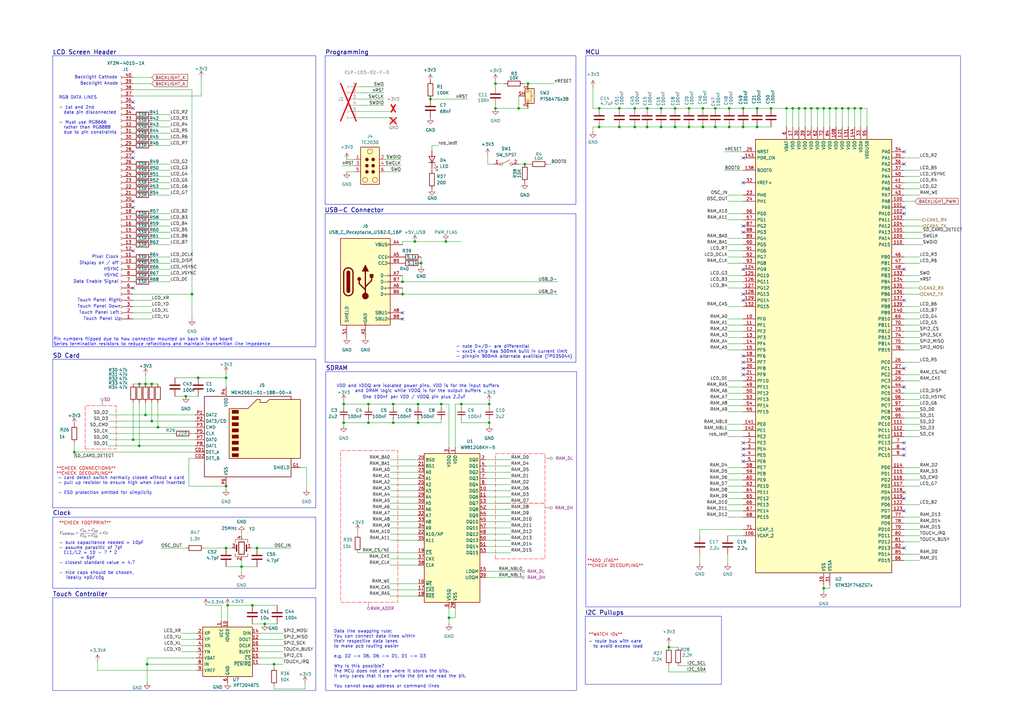
<source format=kicad_sch>
(kicad_sch (version 20250114) (generator "eeschema") (generator_version "9.0")
  (paper "A3")
  (rectangle (start 133.604 152.4) (end 236.474 283.21))
  (rectangle (start 240.284 22.86) (end 393.954 248.92))
  (rectangle (start 21.59 22.86) (end 129.54 142.24))
  (rectangle (start 133.35 22.86) (end 236.22 83.82))
  (rectangle (start 21.59 212.09) (end 129.54 241.3))
  (rectangle (start 133.35 87.63) (end 236.22 148.59))
  (rectangle (start 21.59 147.32) (end 129.54 208.28))
  (rectangle (start 21.59 245.11) (end 129.54 283.21))
  (rectangle (start 240.03 252.73) (end 295.91 280.67))
  (text "Touch Controller" (at 21.59 243.84 0) (effects (font (size 1.778 1.778) (thickness 0.254) (bold yes)) (justify left)))
  (text "HSYNC" (at 45.72 110.49 0) (effects (font (size 1.27 1.27))))
  (text "Pin numbers flipped due to how connector mounted on back side of board\nSeries termination resistors to reduce reflections and maintain transmition line impedence" (at 21.844 140.208 0) (effects (font (size 1.27 1.27) (thickness 0.1588)) (justify left)))
  (text "Clock\n" (at 21.59 210.566 0) (effects (font (size 1.778 1.778) (thickness 0.254) (bold yes)) (justify left)))
  (text "- note D+/D- are differential\n- xxx14 chip has 500mA built in current limit\n- pin4pin 900mA alternate availible (TPD3S044) \n" (at 186.944 144.272 0) (effects (font (size 1.27 1.27) (thickness 0.1588)) (justify left)))
  (text "**CHECK CONNECTIONS**\n**CHECK DECOUPLING**" (at 23.114 193.294 0) (effects (font (size 1.27 1.27) (thickness 0.1588)) (justify left)))
  (text "One 100nF per VDD / VDDQ pin plus 2.2uF" (at 169.926 162.941 0) (effects (font (size 1.27 1.27))))
  (text "Data Enable Signal" (at 39.37 115.57 0) (effects (font (size 1.27 1.27))))
  (text "LCD Screen Header\n" (at 21.59 21.59 0) (effects (font (size 1.778 1.778) (thickness 0.254) (bold yes)) (justify left)))
  (text "- card detect switch normally closed without a card\n- pull up resistor to ensure high when card inserted\n\n- ESD protection omitted for simplicity\n" (at 23.622 199.136 0) (effects (font (size 1.27 1.27)) (justify left)))
  (text "SDRAM" (at 133.604 151.13 0) (effects (font (size 1.778 1.778) (thickness 0.254) (bold yes)) (justify left)))
  (text "Programming " (at 133.35 21.59 0) (effects (font (size 1.778 1.778) (thickness 0.254) (bold yes)) (justify left)))
  (text "VDD and VDDQ are isolated power pins. VDD is for the input buffers\nand DRAM logic while VDDQ is for the output buffers" (exclude_from_sim yes) (at 171.45 159.385 0) (effects (font (size 1.27 1.27))))
  (text "**CHECK FOOTPRINT**" (at 24.13 214.63 0) (effects (font (size 1.27 1.27) (thickness 0.1588)) (justify left)))
  (text "Display on / off" (at 40.64 107.95 0) (effects (font (size 1.27 1.27))))
  (text "- bulk capacitence needed = 10pF\n- assume parasitic of 7pf\n  CL1/L2 = 10 - 7 * 2\n         = 6pF\n- closest standard value = 4.7\n\n- nice caps should be chosen,\n   ideally np0/c0g\n" (at 24.13 229.87 0) (effects (font (size 1.27 1.27)) (justify left)))
  (text "- route bus with care\n  to avoid excess load" (at 241.3 264.16 0) (effects (font (size 1.27 1.27) (thickness 0.1588)) (justify left)))
  (text "Touch Panel Right" (at 40.64 123.19 0) (effects (font (size 1.27 1.27))))
  (text "MCU" (at 240.03 21.59 0) (effects (font (size 1.778 1.778) (thickness 0.254) (bold yes)) (justify left)))
  (text "**ADD JTAG**\n**CHECK DECOUPLING**" (at 240.792 231.14 0) (effects (font (size 1.27 1.27) (thickness 0.1588)) (justify left)))
  (text "Touch Panel Down" (at 40.64 125.73 0) (effects (font (size 1.27 1.27))))
  (text "VSYNC" (at 45.72 113.03 0) (effects (font (size 1.27 1.27))))
  (text "Touch Panel Left" (at 40.64 128.27 0) (effects (font (size 1.27 1.27))))
  (text "Backlight Anode" (at 40.64 34.29 0) (effects (font (size 1.27 1.27))))
  (text "USB-C Connector" (at 133.096 86.36 0) (effects (font (size 1.778 1.778) (thickness 0.254) (bold yes)) (justify left)))
  (text "Data line swapping rule:\nYou can connect data lines within\ntheir respective data lanes\nto make pcb routing easier\n\ne.g. D2 -> D6, D6 -> D1, D1 -> D3\n\nWhy is this possible?\nThe MCU does not care where it stores the bits.\nIt only cares that it can write the bit and read the bit.\n\nYou cannot swap address or command lines" (at 136.906 270.256 0) (effects (font (size 1.27 1.27)) (justify left)))
  (text "RGB DATA LINES\n\n- 1st and 2nd \n  data pin disconnected\n\n- Must use RGB666\n  rather than RGB888\n  due to pin constraints\n  " (at 24.13 48.26 0) (effects (font (size 1.27 1.27)) (justify left)))
  (text "SD Card" (at 21.59 146.05 0) (effects (font (size 1.778 1.778) (thickness 0.254) (bold yes)) (justify left)))
  (text "Pixel Clock" (at 43.18 105.41 0) (effects (font (size 1.27 1.27))))
  (text "**WATCH IDs**" (at 241.3 260.35 0) (effects (font (size 1.27 1.27) (thickness 0.1588)) (justify left)))
  (text "I2C Pullups" (at 240.03 251.46 0) (effects (font (size 1.778 1.778) (thickness 0.254) (bold yes)) (justify left)))
  (text "Backlight Cathode" (at 39.37 31.75 0) (effects (font (size 1.27 1.27))))
  (text "Touch Panel Up" (at 41.91 130.81 0) (effects (font (size 1.27 1.27))))
  (junction (at 265.43 52.07))
  (junction (at 327.66 44.45))
  (junction (at 165.1 120.65))
  (junction (at 310.515 52.07))
  (junction (at 176.53 40.64))
  (junction (at 288.29 44.45))
  (junction (at 271.145 52.07))
  (junction (at 260.35 52.07))
  (junction (at 105.41 224.79))
  (junction (at 350.52 44.45))
  (junction (at 332.74 44.45))
  (junction (at 62.23 157.48))
  (junction (at 140.97 173.355))
  (junction (at 81.28 154.94))
  (junction (at 161.29 173.355))
  (junction (at 184.15 253.365))
  (junction (at 171.45 173.355))
  (junction (at 189.23 165.735))
  (junction (at 170.18 99.06))
  (junction (at 103.505 248.285))
  (junction (at 215.265 67.31))
  (junction (at 316.23 44.45))
  (junction (at 62.23 172.72))
  (junction (at 30.48 185.42))
  (junction (at 271.145 44.45))
  (junction (at 200.66 173.355))
  (junction (at 330.2 44.45))
  (junction (at 182.88 99.06))
  (junction (at 165.1 115.57))
  (junction (at 265.43 44.45))
  (junction (at 282.575 52.07))
  (junction (at 171.45 165.735))
  (junction (at 310.515 44.45))
  (junction (at 151.13 173.355))
  (junction (at 245.745 44.45))
  (junction (at 345.44 44.45))
  (junction (at 216.535 34.29))
  (junction (at 212.725 44.45))
  (junction (at 282.575 44.45))
  (junction (at 322.58 44.45))
  (junction (at 151.13 165.735))
  (junction (at 93.345 248.285))
  (junction (at 161.29 165.735))
  (junction (at 347.98 44.45))
  (junction (at 245.745 52.07))
  (junction (at 299.085 52.07))
  (junction (at 276.86 52.07))
  (junction (at 335.28 44.45))
  (junction (at 254 52.07))
  (junction (at 353.06 44.45))
  (junction (at 325.12 44.45))
  (junction (at 92.71 199.39))
  (junction (at 60.325 272.415))
  (junction (at 108.585 255.905))
  (junction (at 299.085 44.45))
  (junction (at 340.36 44.45))
  (junction (at 140.97 165.735))
  (junction (at 200.66 165.735))
  (junction (at 260.35 44.45))
  (junction (at 276.86 44.45))
  (junction (at 92.71 154.94))
  (junction (at 64.77 175.26))
  (junction (at 112.395 272.415))
  (junction (at 254 44.45))
  (junction (at 337.82 241.3))
  (junction (at 59.69 170.18))
  (junction (at 293.37 44.45))
  (junction (at 172.72 107.95))
  (junction (at 288.29 52.07))
  (junction (at 293.37 52.07))
  (junction (at 59.69 157.48))
  (junction (at 57.15 182.88))
  (junction (at 304.8 44.45))
  (junction (at 203.2 34.29))
  (junction (at 342.9 44.45))
  (junction (at 203.2 44.45))
  (junction (at 92.71 224.79))
  (junction (at 54.61 180.34))
  (junction (at 180.975 165.735))
  (junction (at 57.15 157.48))
  (junction (at 337.82 44.45))
  (junction (at 78.74 120.65))
  (junction (at 99.06 232.41))
  (junction (at 304.8 52.07))
  (junction (at 76.2 162.56))
  (junction (at 274.32 265.43))
  (no_connect (at 165.1 130.81))
  (no_connect (at 54.61 85.09))
  (no_connect (at 304.8 189.23))
  (no_connect (at 370.84 224.79))
  (no_connect (at 370.84 67.31))
  (no_connect (at 370.84 110.49))
  (no_connect (at 304.8 146.05))
  (no_connect (at 370.84 158.75))
  (no_connect (at 54.61 62.23))
  (no_connect (at 304.8 120.65))
  (no_connect (at 304.8 95.25))
  (no_connect (at 370.84 201.93))
  (no_connect (at 304.8 151.13))
  (no_connect (at 370.84 62.23))
  (no_connect (at 370.84 204.47))
  (no_connect (at 304.8 123.19))
  (no_connect (at 304.8 110.49))
  (no_connect (at 304.8 64.77))
  (no_connect (at 370.84 184.15))
  (no_connect (at 370.84 85.09))
  (no_connect (at 304.8 184.15))
  (no_connect (at 304.8 92.71))
  (no_connect (at 54.61 64.77))
  (no_connect (at 54.61 102.87))
  (no_connect (at 304.8 74.93))
  (no_connect (at 370.84 209.55))
  (no_connect (at 370.84 181.61))
  (no_connect (at 304.8 148.59))
  (no_connect (at 370.84 186.69))
  (no_connect (at 54.61 44.45))
  (no_connect (at 165.1 128.27))
  (no_connect (at 54.61 118.11))
  (no_connect (at 370.84 151.13))
  (no_connect (at 304.8 181.61))
  (no_connect (at 370.84 123.19))
  (no_connect (at 370.84 87.63))
  (no_connect (at 304.8 153.67))
  (no_connect (at 54.61 41.91))
  (no_connect (at 304.8 186.69))
  (no_connect (at 54.61 82.55))
  (wire (pts (xy 165.1 113.03) (xy 165.1 115.57)))
  (wire (pts (xy 289.56 273.05) (xy 278.13 273.05)))
  (wire (pts (xy 199.39 188.595) (xy 209.55 188.595)))
  (wire (pts (xy 44.45 182.88) (xy 57.15 182.88)))
  (wire (pts (xy 327.66 44.45) (xy 327.66 52.07)))
  (wire (pts (xy 298.45 118.11) (xy 304.8 118.11)))
  (wire (pts (xy 287.02 227.33) (xy 287.02 231.14)))
  (wire (pts (xy 224.79 67.31) (xy 226.06 67.31)))
  (wire (pts (xy 310.515 52.07) (xy 316.23 52.07)))
  (wire (pts (xy 62.23 69.85) (xy 69.85 69.85)))
  (wire (pts (xy 199.39 219.075) (xy 209.55 219.075)))
  (wire (pts (xy 199.39 221.615) (xy 209.55 221.615)))
  (wire (pts (xy 322.58 44.45) (xy 325.12 44.45)))
  (wire (pts (xy 160.02 188.595) (xy 171.45 188.595)))
  (wire (pts (xy 146.685 226.695) (xy 171.45 226.695)))
  (wire (pts (xy 112.395 272.415) (xy 112.395 273.685)))
  (wire (pts (xy 177.165 59.69) (xy 177.165 61.595)))
  (wire (pts (xy 199.39 201.295) (xy 209.55 201.295)))
  (wire (pts (xy 377.19 196.85) (xy 370.84 196.85)))
  (wire (pts (xy 160.02 213.995) (xy 171.45 213.995)))
  (wire (pts (xy 59.69 170.18) (xy 80.01 170.18)))
  (wire (pts (xy 377.19 80.01) (xy 370.84 80.01)))
  (wire (pts (xy 80.645 274.955) (xy 40.005 274.955)))
  (wire (pts (xy 342.9 44.45) (xy 345.44 44.45)))
  (wire (pts (xy 377.19 105.41) (xy 370.84 105.41)))
  (wire (pts (xy 298.45 125.73) (xy 304.8 125.73)))
  (wire (pts (xy 199.39 216.535) (xy 209.55 216.535)))
  (wire (pts (xy 370.84 120.65) (xy 377.19 120.65)))
  (wire (pts (xy 64.77 175.26) (xy 80.01 175.26)))
  (wire (pts (xy 370.84 148.59) (xy 377.19 148.59)))
  (wire (pts (xy 60.325 272.415) (xy 60.325 280.035)))
  (wire (pts (xy 106.045 272.415) (xy 112.395 272.415)))
  (wire (pts (xy 164.465 70.485) (xy 158.115 70.485)))
  (wire (pts (xy 92.71 232.41) (xy 99.06 232.41)))
  (wire (pts (xy 243.205 35.56) (xy 243.205 44.45)))
  (wire (pts (xy 160.02 193.675) (xy 171.45 193.675)))
  (wire (pts (xy 151.13 173.355) (xy 161.29 173.355)))
  (wire (pts (xy 62.23 90.17) (xy 69.85 90.17)))
  (wire (pts (xy 62.23 74.93) (xy 69.85 74.93)))
  (wire (pts (xy 172.72 105.41) (xy 172.72 107.95)))
  (wire (pts (xy 112.395 281.305) (xy 112.395 282.575)))
  (wire (pts (xy 254 44.45) (xy 260.35 44.45)))
  (wire (pts (xy 189.23 172.085) (xy 189.23 173.355)))
  (wire (pts (xy 78.74 36.83) (xy 78.74 120.65)))
  (wire (pts (xy 170.18 99.06) (xy 182.88 99.06)))
  (wire (pts (xy 160.02 198.755) (xy 171.45 198.755)))
  (wire (pts (xy 288.29 44.45) (xy 293.37 44.45)))
  (wire (pts (xy 299.085 44.45) (xy 304.8 44.45)))
  (wire (pts (xy 350.52 44.45) (xy 353.06 44.45)))
  (wire (pts (xy 370.84 214.63) (xy 377.19 214.63)))
  (wire (pts (xy 165.1 118.11) (xy 165.1 120.65)))
  (wire (pts (xy 327.66 44.45) (xy 330.2 44.45)))
  (wire (pts (xy 62.23 59.69) (xy 69.85 59.69)))
  (wire (pts (xy 123.19 191.77) (xy 125.73 191.77)))
  (wire (pts (xy 199.39 236.855) (xy 212.09 236.855)))
  (wire (pts (xy 298.45 130.81) (xy 304.8 130.81)))
  (wire (pts (xy 54.61 123.19) (xy 62.23 123.19)))
  (wire (pts (xy 177.165 59.69) (xy 179.705 59.69)))
  (wire (pts (xy 62.23 115.57) (xy 69.85 115.57)))
  (wire (pts (xy 342.9 44.45) (xy 342.9 52.07)))
  (wire (pts (xy 203.2 43.18) (xy 203.2 44.45)))
  (wire (pts (xy 265.43 44.45) (xy 271.145 44.45)))
  (wire (pts (xy 44.45 170.18) (xy 59.69 170.18)))
  (wire (pts (xy 337.82 240.03) (xy 337.82 241.3)))
  (wire (pts (xy 325.12 44.45) (xy 325.12 52.07)))
  (wire (pts (xy 337.82 242.57) (xy 337.82 241.3)))
  (wire (pts (xy 59.69 157.48) (xy 62.23 157.48)))
  (wire (pts (xy 293.37 52.07) (xy 299.085 52.07)))
  (wire (pts (xy 274.32 264.16) (xy 274.32 265.43)))
  (wire (pts (xy 160.02 244.475) (xy 171.45 244.475)))
  (wire (pts (xy 62.23 95.25) (xy 69.85 95.25)))
  (wire (pts (xy 112.395 282.575) (xy 125.095 282.575)))
  (wire (pts (xy 71.755 162.56) (xy 76.2 162.56)))
  (wire (pts (xy 160.02 196.215) (xy 171.45 196.215)))
  (wire (pts (xy 54.61 31.75) (xy 62.23 31.75)))
  (wire (pts (xy 200.66 164.465) (xy 200.66 165.735)))
  (wire (pts (xy 172.72 109.22) (xy 172.72 107.95)))
  (wire (pts (xy 298.45 97.79) (xy 304.8 97.79)))
  (wire (pts (xy 370.84 199.39) (xy 377.19 199.39)))
  (wire (pts (xy 77.47 187.96) (xy 80.01 187.96)))
  (wire (pts (xy 298.45 80.01) (xy 304.8 80.01)))
  (wire (pts (xy 353.06 52.07) (xy 353.06 44.45)))
  (wire (pts (xy 199.39 208.915) (xy 209.55 208.915)))
  (wire (pts (xy 180.975 165.735) (xy 171.45 165.735)))
  (wire (pts (xy 99.06 232.41) (xy 105.41 232.41)))
  (wire (pts (xy 298.45 158.75) (xy 304.8 158.75)))
  (wire (pts (xy 199.39 196.215) (xy 209.55 196.215)))
  (wire (pts (xy 60.325 272.415) (xy 80.645 272.415)))
  (wire (pts (xy 54.61 165.1) (xy 54.61 180.34)))
  (wire (pts (xy 282.575 52.07) (xy 288.29 52.07)))
  (wire (pts (xy 370.84 207.01) (xy 377.19 207.01)))
  (wire (pts (xy 54.61 130.81) (xy 62.23 130.81)))
  (wire (pts (xy 112.395 272.415) (xy 116.205 272.415)))
  (wire (pts (xy 203.2 33.02) (xy 203.2 34.29)))
  (wire (pts (xy 199.39 224.155) (xy 209.55 224.155)))
  (wire (pts (xy 216.535 34.29) (xy 227.33 34.29)))
  (wire (pts (xy 377.19 77.47) (xy 370.84 77.47)))
  (wire (pts (xy 62.23 54.61) (xy 69.85 54.61)))
  (wire (pts (xy 62.23 157.48) (xy 64.77 157.48)))
  (wire (pts (xy 164.465 67.945) (xy 158.115 67.945)))
  (wire (pts (xy 160.02 221.615) (xy 171.45 221.615)))
  (wire (pts (xy 276.86 44.45) (xy 282.575 44.45)))
  (wire (pts (xy 62.23 80.01) (xy 69.85 80.01)))
  (wire (pts (xy 160.02 206.375) (xy 171.45 206.375)))
  (wire (pts (xy 298.45 113.03) (xy 304.8 113.03)))
  (wire (pts (xy 298.45 90.17) (xy 304.8 90.17)))
  (wire (pts (xy 243.205 53.975) (xy 243.205 52.07)))
  (wire (pts (xy 161.29 48.26) (xy 147.32 48.26)))
  (wire (pts (xy 370.84 125.73) (xy 377.19 125.73)))
  (wire (pts (xy 106.045 269.875) (xy 116.205 269.875)))
  (wire (pts (xy 347.98 44.45) (xy 350.52 44.45)))
  (wire (pts (xy 370.84 191.77) (xy 377.19 191.77)))
  (wire (pts (xy 316.23 44.45) (xy 322.58 44.45)))
  (wire (pts (xy 78.74 177.8) (xy 80.01 177.8)))
  (wire (pts (xy 298.45 143.51) (xy 304.8 143.51)))
  (wire (pts (xy 298.45 107.95) (xy 304.8 107.95)))
  (wire (pts (xy 165.1 99.06) (xy 170.18 99.06)))
  (wire (pts (xy 180.975 172.085) (xy 180.975 173.355)))
  (wire (pts (xy 60.325 272.415) (xy 60.325 269.875)))
  (wire (pts (xy 74.295 259.715) (xy 80.645 259.715)))
  (wire (pts (xy 254 52.07) (xy 260.35 52.07)))
  (wire (pts (xy 103.505 255.905) (xy 108.585 255.905)))
  (wire (pts (xy 54.61 36.83) (xy 78.74 36.83)))
  (wire (pts (xy 146.685 217.805) (xy 146.685 219.075)))
  (wire (pts (xy 44.45 175.26) (xy 64.77 175.26)))
  (wire (pts (xy 370.84 113.03) (xy 377.19 113.03)))
  (wire (pts (xy 54.61 39.37) (xy 82.55 39.37)))
  (wire (pts (xy 335.28 44.45) (xy 335.28 52.07)))
  (wire (pts (xy 184.15 253.365) (xy 186.69 253.365)))
  (wire (pts (xy 142.24 65.405) (xy 145.415 65.405)))
  (wire (pts (xy 108.585 255.905) (xy 113.665 255.905)))
  (wire (pts (xy 215.265 67.31) (xy 217.17 67.31)))
  (wire (pts (xy 340.36 44.45) (xy 340.36 52.07)))
  (wire (pts (xy 298.45 219.71) (xy 304.8 219.71)))
  (wire (pts (xy 335.28 44.45) (xy 337.82 44.45)))
  (wire (pts (xy 370.84 115.57) (xy 377.19 115.57)))
  (wire (pts (xy 199.39 203.835) (xy 209.55 203.835)))
  (wire (pts (xy 375.285 82.55) (xy 370.84 82.55)))
  (wire (pts (xy 184.15 253.365) (xy 184.15 255.905)))
  (wire (pts (xy 186.69 165.735) (xy 186.69 183.515)))
  (wire (pts (xy 377.19 133.35) (xy 370.84 133.35)))
  (wire (pts (xy 102.87 224.79) (xy 105.41 224.79)))
  (wire (pts (xy 332.74 44.45) (xy 335.28 44.45)))
  (wire (pts (xy 378.46 97.79) (xy 370.84 97.79)))
  (wire (pts (xy 199.39 213.995) (xy 209.55 213.995)))
  (wire (pts (xy 355.6 44.45) (xy 353.06 44.45)))
  (wire (pts (xy 298.45 140.97) (xy 304.8 140.97)))
  (wire (pts (xy 160.02 219.075) (xy 171.45 219.075)))
  (wire (pts (xy 57.15 157.48) (xy 59.69 157.48)))
  (wire (pts (xy 171.45 165.735) (xy 161.29 165.735)))
  (wire (pts (xy 71.755 154.94) (xy 81.28 154.94)))
  (wire (pts (xy 298.45 204.47) (xy 304.8 204.47)))
  (wire (pts (xy 161.29 172.085) (xy 161.29 173.355)))
  (wire (pts (xy 298.45 115.57) (xy 304.8 115.57)))
  (wire (pts (xy 140.97 173.355) (xy 140.97 174.625)))
  (wire (pts (xy 340.36 241.3) (xy 340.36 240.03)))
  (wire (pts (xy 199.39 193.675) (xy 209.55 193.675)))
  (wire (pts (xy 105.41 224.79) (xy 119.38 224.79)))
  (wire (pts (xy 62.23 107.95) (xy 69.85 107.95)))
  (wire (pts (xy 161.29 165.735) (xy 161.29 167.005)))
  (wire (pts (xy 81.28 162.56) (xy 76.2 162.56)))
  (wire (pts (xy 80.645 269.875) (xy 60.325 269.875)))
  (wire (pts (xy 298.45 207.01) (xy 304.8 207.01)))
  (wire (pts (xy 99.06 218.44) (xy 99.06 219.71)))
  (wire (pts (xy 377.19 229.87) (xy 370.84 229.87)))
  (wire (pts (xy 151.13 165.735) (xy 140.97 165.735)))
  (wire (pts (xy 186.69 165.735) (xy 189.23 165.735)))
  (wire (pts (xy 82.55 31.75) (xy 82.55 39.37)))
  (wire (pts (xy 298.45 163.83) (xy 304.8 163.83)))
  (wire (pts (xy 74.295 267.335) (xy 80.645 267.335)))
  (wire (pts (xy 161.29 45.72) (xy 147.32 45.72)))
  (wire (pts (xy 214.63 34.29) (xy 216.535 34.29)))
  (wire (pts (xy 298.45 161.29) (xy 304.8 161.29)))
  (wire (pts (xy 165.1 120.65) (xy 228.6 120.65)))
  (wire (pts (xy 304.8 52.07) (xy 310.515 52.07)))
  (wire (pts (xy 165.1 115.57) (xy 228.6 115.57)))
  (wire (pts (xy 288.29 52.07) (xy 293.37 52.07)))
  (wire (pts (xy 184.15 165.735) (xy 184.15 183.515)))
  (wire (pts (xy 293.37 44.45) (xy 299.085 44.45)))
  (wire (pts (xy 30.48 181.61) (xy 30.48 185.42)))
  (wire (pts (xy 325.12 44.45) (xy 327.66 44.45)))
  (wire (pts (xy 245.745 44.45) (xy 254 44.45)))
  (wire (pts (xy 54.61 128.27) (xy 62.23 128.27)))
  (wire (pts (xy 59.69 165.1) (xy 59.69 170.18)))
  (wire (pts (xy 298.45 135.89) (xy 304.8 135.89)))
  (wire (pts (xy 298.45 156.21) (xy 304.8 156.21)))
  (wire (pts (xy 377.19 74.93) (xy 370.84 74.93)))
  (wire (pts (xy 176.53 40.64) (xy 191.77 40.64)))
  (wire (pts (xy 337.82 44.45) (xy 340.36 44.45)))
  (wire (pts (xy 377.19 72.39) (xy 370.84 72.39)))
  (wire (pts (xy 377.19 227.33) (xy 370.84 227.33)))
  (wire (pts (xy 92.71 153.035) (xy 92.71 154.94)))
  (wire (pts (xy 62.23 57.15) (xy 69.85 57.15)))
  (wire (pts (xy 282.575 44.45) (xy 288.29 44.45)))
  (wire (pts (xy 99.06 232.41) (xy 99.06 229.87)))
  (wire (pts (xy 274.32 273.05) (xy 274.32 275.59)))
  (wire (pts (xy 151.13 165.735) (xy 151.13 167.005)))
  (wire (pts (xy 189.23 167.005) (xy 189.23 165.735)))
  (wire (pts (xy 151.13 172.085) (xy 151.13 173.355)))
  (wire (pts (xy 310.515 44.45) (xy 316.23 44.45)))
  (wire (pts (xy 54.61 34.29) (xy 62.23 34.29)))
  (wire (pts (xy 44.45 180.34) (xy 54.61 180.34)))
  (wire (pts (xy 340.36 44.45) (xy 342.9 44.45)))
  (wire (pts (xy 106.045 262.255) (xy 116.205 262.255)))
  (wire (pts (xy 200.025 63.5) (xy 200.025 67.31)))
  (wire (pts (xy 171.45 172.085) (xy 171.45 173.355)))
  (wire (pts (xy 140.97 165.735) (xy 140.97 167.005)))
  (wire (pts (xy 370.84 166.37) (xy 377.19 166.37)))
  (wire (pts (xy 203.2 34.29) (xy 207.01 34.29)))
  (wire (pts (xy 370.84 161.29) (xy 377.19 161.29)))
  (wire (pts (xy 200.66 173.355) (xy 200.66 174.625)))
  (wire (pts (xy 345.44 44.45) (xy 347.98 44.45)))
  (wire (pts (xy 377.19 163.83) (xy 370.84 163.83)))
  (wire (pts (xy 62.23 97.79) (xy 69.85 97.79)))
  (wire (pts (xy 157.48 38.1) (xy 147.32 38.1)))
  (wire (pts (xy 298.45 199.39) (xy 304.8 199.39)))
  (wire (pts (xy 30.48 185.42) (xy 80.01 185.42)))
  (wire (pts (xy 370.84 64.77) (xy 377.19 64.77)))
  (wire (pts (xy 347.98 44.45) (xy 347.98 52.07)))
  (wire (pts (xy 90.805 248.285) (xy 84.455 248.285)))
  (wire (pts (xy 78.74 120.65) (xy 78.74 130.81)))
  (wire (pts (xy 298.45 102.87) (xy 304.8 102.87)))
  (wire (pts (xy 157.48 43.18) (xy 147.32 43.18)))
  (wire (pts (xy 200.66 172.085) (xy 200.66 173.355)))
  (wire (pts (xy 287.02 217.17) (xy 287.02 219.71)))
  (wire (pts (xy 370.84 143.51) (xy 377.19 143.51)))
  (wire (pts (xy 182.88 99.06) (xy 189.23 99.06)))
  (wire (pts (xy 377.19 176.53) (xy 370.84 176.53)))
  (wire (pts (xy 62.23 52.07) (xy 69.85 52.07)))
  (wire (pts (xy 298.45 105.41) (xy 304.8 105.41)))
  (wire (pts (xy 44.45 177.8) (xy 71.12 177.8)))
  (wire (pts (xy 62.23 165.1) (xy 62.23 172.72)))
  (wire (pts (xy 44.45 172.72) (xy 62.23 172.72)))
  (wire (pts (xy 370.84 90.17) (xy 378.46 90.17)))
  (wire (pts (xy 66.04 224.79) (xy 76.2 224.79)))
  (wire (pts (xy 378.46 92.71) (xy 370.84 92.71)))
  (wire (pts (xy 62.23 46.99) (xy 69.85 46.99)))
  (wire (pts (xy 164.465 65.405) (xy 158.115 65.405)))
  (wire (pts (xy 298.45 212.09) (xy 304.8 212.09)))
  (wire (pts (xy 377.19 222.25) (xy 370.84 222.25)))
  (wire (pts (xy 160.02 216.535) (xy 171.45 216.535)))
  (wire (pts (xy 62.23 72.39) (xy 69.85 72.39)))
  (wire (pts (xy 370.84 212.09) (xy 377.19 212.09)))
  (wire (pts (xy 299.085 52.07) (xy 304.8 52.07)))
  (wire (pts (xy 298.45 179.07) (xy 304.8 179.07)))
  (wire (pts (xy 189.23 165.735) (xy 200.66 165.735)))
  (wire (pts (xy 298.45 227.33) (xy 298.45 231.14)))
  (wire (pts (xy 62.23 67.31) (xy 69.85 67.31)))
  (wire (pts (xy 297.18 69.85) (xy 304.8 69.85)))
  (wire (pts (xy 298.45 87.63) (xy 304.8 87.63)))
  (wire (pts (xy 57.15 182.88) (xy 80.01 182.88)))
  (wire (pts (xy 140.97 164.465) (xy 140.97 165.735)))
  (wire (pts (xy 337.82 44.45) (xy 337.82 52.07)))
  (wire (pts (xy 189.23 173.355) (xy 200.66 173.355)))
  (wire (pts (xy 289.56 275.59) (xy 274.32 275.59)))
  (wire (pts (xy 322.58 44.45) (xy 322.58 52.07)))
  (wire (pts (xy 62.23 172.72) (xy 80.01 172.72)))
  (wire (pts (xy 337.82 241.3) (xy 340.36 241.3)))
  (wire (pts (xy 199.39 191.135) (xy 209.55 191.135)))
  (wire (pts (xy 370.84 100.33) (xy 378.46 100.33)))
  (wire (pts (xy 54.61 125.73) (xy 62.23 125.73)))
  (wire (pts (xy 377.19 219.71) (xy 370.84 219.71)))
  (wire (pts (xy 62.23 77.47) (xy 69.85 77.47)))
  (wire (pts (xy 160.02 211.455) (xy 171.45 211.455)))
  (wire (pts (xy 260.35 44.45) (xy 265.43 44.45)))
  (wire (pts (xy 160.02 201.295) (xy 171.45 201.295)))
  (wire (pts (xy 62.23 49.53) (xy 69.85 49.53)))
  (wire (pts (xy 370.84 153.67) (xy 377.19 153.67)))
  (wire (pts (xy 199.39 198.755) (xy 209.55 198.755)))
  (wire (pts (xy 245.745 52.07) (xy 254 52.07)))
  (wire (pts (xy 202.565 67.31) (xy 200.025 67.31)))
  (wire (pts (xy 93.345 248.285) (xy 93.345 254.635)))
  (wire (pts (xy 77.47 187.96) (xy 77.47 199.39)))
  (wire (pts (xy 345.44 44.45) (xy 345.44 52.07)))
  (wire (pts (xy 92.71 199.39) (xy 77.47 199.39)))
  (wire (pts (xy 199.39 226.695) (xy 209.55 226.695)))
  (wire (pts (xy 99.06 234.95) (xy 99.06 232.41)))
  (wire (pts (xy 370.84 194.31) (xy 377.19 194.31)))
  (wire (pts (xy 180.975 165.735) (xy 184.15 165.735)))
  (wire (pts (xy 62.23 100.33) (xy 69.85 100.33)))
  (wire (pts (xy 332.74 44.45) (xy 332.74 52.07)))
  (wire (pts (xy 140.97 173.355) (xy 151.13 173.355)))
  (wire (pts (xy 203.2 34.29) (xy 203.2 35.56)))
  (wire (pts (xy 377.19 69.85) (xy 370.84 69.85)))
  (wire (pts (xy 298.45 201.93) (xy 304.8 201.93)))
  (wire (pts (xy 125.095 280.035) (xy 125.095 282.575)))
  (wire (pts (xy 298.45 196.85) (xy 304.8 196.85)))
  (wire (pts (xy 245.745 44.45) (xy 243.205 44.45)))
  (wire (pts (xy 184.15 249.555) (xy 184.15 253.365)))
  (wire (pts (xy 62.23 105.41) (xy 69.85 105.41)))
  (wire (pts (xy 106.045 264.795) (xy 116.205 264.795)))
  (wire (pts (xy 160.02 203.835) (xy 171.45 203.835)))
  (wire (pts (xy 276.86 52.07) (xy 282.575 52.07)))
  (wire (pts (xy 59.69 153.67) (xy 59.69 157.48)))
  (wire (pts (xy 298.45 133.35) (xy 304.8 133.35)))
  (wire (pts (xy 106.045 259.715) (xy 116.205 259.715)))
  (wire (pts (xy 81.28 154.94) (xy 92.71 154.94)))
  (wire (pts (xy 161.29 173.355) (xy 171.45 173.355)))
  (wire (pts (xy 278.13 265.43) (xy 274.32 265.43)))
  (wire (pts (xy 74.295 262.255) (xy 80.645 262.255)))
  (wire (pts (xy 160.02 191.135) (xy 171.45 191.135)))
  (wire (pts (xy 298.45 82.55) (xy 304.8 82.55)))
  (wire (pts (xy 370.84 138.43) (xy 377.19 138.43)))
  (wire (pts (xy 377.19 168.91) (xy 370.84 168.91)))
  (wire (pts (xy 271.145 44.45) (xy 276.86 44.45)))
  (wire (pts (xy 370.84 95.25) (xy 378.46 95.25)))
  (wire (pts (xy 350.52 44.45) (xy 350.52 52.07)))
  (wire (pts (xy 260.35 52.07) (xy 265.43 52.07)))
  (wire (pts (xy 40.005 271.145) (xy 40.005 274.955)))
  (wire (pts (xy 304.8 217.17) (xy 287.02 217.17)))
  (wire (pts (xy 200.66 165.735) (xy 200.66 167.005)))
  (wire (pts (xy 297.18 62.23) (xy 304.8 62.23)))
  (wire (pts (xy 92.71 199.39) (xy 92.71 200.66)))
  (wire (pts (xy 377.19 130.81) (xy 370.84 130.81)))
  (wire (pts (xy 298.45 166.37) (xy 304.8 166.37)))
  (wire (pts (xy 57.15 165.1) (xy 57.15 182.88)))
  (wire (pts (xy 370.84 156.21) (xy 377.19 156.21)))
  (wire (pts (xy 90.805 248.285) (xy 90.805 254.635)))
  (wire (pts (xy 125.73 191.77) (xy 125.73 200.66)))
  (wire (pts (xy 370.84 118.11) (xy 377.19 118.11)))
  (wire (pts (xy 203.2 44.45) (xy 212.725 44.45)))
  (wire (pts (xy 92.71 154.94) (xy 92.71 158.75)))
  (wire (pts (xy 171.45 173.355) (xy 180.975 173.355)))
  (wire (pts (xy 64.77 165.1) (xy 64.77 175.26)))
  (wire (pts (xy 177.165 69.85) (xy 177.165 69.215)))
  (wire (pts (xy 370.84 135.89) (xy 377.19 135.89)))
  (wire (pts (xy 62.23 113.03) (xy 69.85 113.03)))
  (wire (pts (xy 140.335 67.945) (xy 145.415 67.945)))
  (wire (pts (xy 265.43 52.07) (xy 271.145 52.07)))
  (wire (pts (xy 171.45 165.735) (xy 171.45 167.005)))
  (wire (pts (xy 212.725 39.37) (xy 212.725 44.45)))
  (wire (pts (xy 165.1 100.33) (xy 165.1 99.06)))
  (wire (pts (xy 93.345 248.285) (xy 103.505 248.285)))
  (wire (pts (xy 160.02 239.395) (xy 171.45 239.395)))
  (wire (pts (xy 330.2 44.45) (xy 330.2 52.07)))
  (wire (pts (xy 298.45 168.91) (xy 304.8 168.91)))
  (wire (pts (xy 157.48 40.64) (xy 147.32 40.64)))
  (wire (pts (xy 377.19 173.99) (xy 370.84 173.99)))
  (wire (pts (xy 212.725 67.31) (xy 215.265 67.31)))
  (wire (pts (xy 160.02 208.915) (xy 171.45 208.915)))
  (wire (pts (xy 62.23 110.49) (xy 69.85 110.49)))
  (wire (pts (xy 54.61 157.48) (xy 57.15 157.48)))
  (wire (pts (xy 140.97 172.085) (xy 140.97 173.355)))
  (wire (pts (xy 245.745 52.07) (xy 243.205 52.07)))
  (wire (pts (xy 298.45 100.33) (xy 304.8 100.33)))
  (wire (pts (xy 106.045 267.335) (xy 116.205 267.335)))
  (wire (pts (xy 103.505 248.285) (xy 113.665 248.285)))
  (wire (pts (xy 355.6 52.07) (xy 355.6 44.45)))
  (wire (pts (xy 298.45 176.53) (xy 304.8 176.53)))
  (wire (pts (xy 298.45 191.77) (xy 304.8 191.77)))
  (wire (pts (xy 298.45 138.43) (xy 304.8 138.43)))
  (wire (pts (xy 157.48 35.56) (xy 147.32 35.56)))
  (wire (pts (xy 199.39 234.315) (xy 212.09 234.315)))
  (wire (pts (xy 74.295 264.795) (xy 80.645 264.795)))
  (wire (pts (xy 377.19 179.07) (xy 370.84 179.07)))
  (wire (pts (xy 62.23 92.71) (xy 69.85 92.71)))
  (wire (pts (xy 298.45 209.55) (xy 304.8 209.55)))
  (wire (pts (xy 330.2 44.45) (xy 332.74 44.45)))
  (wire (pts (xy 54.61 180.34) (xy 80.01 180.34)))
  (wire (pts (xy 30.48 187.96) (xy 30.48 185.42)))
  (wire (pts (xy 160.02 241.935) (xy 171.45 241.935)))
  (wire (pts (xy 199.39 211.455) (xy 209.55 211.455)))
  (wire (pts (xy 298.45 173.99) (xy 304.8 173.99)))
  (wire (pts (xy 377.19 171.45) (xy 370.84 171.45)))
  (wire (pts (xy 180.975 165.735) (xy 180.975 167.005)))
  (wire (pts (xy 304.8 44.45) (xy 310.515 44.45)))
  (wire (pts (xy 370.84 217.17) (xy 377.19 217.17)))
  (wire (pts (xy 370.84 128.27) (xy 377.19 128.27)))
  (wire (pts (xy 271.145 52.07) (xy 276.86 52.07)))
  (wire (pts (xy 199.39 206.375) (xy 209.55 206.375)))
  (wire (pts (xy 160.02 231.775) (xy 171.45 231.775)))
  (wire (pts (xy 92.71 224.79) (xy 95.25 224.79)))
  (wire (pts (xy 83.82 224.79) (xy 92.71 224.79)))
  (wire (pts (xy 62.23 87.63) (xy 69.85 87.63)))
  (wire (pts (xy 186.69 253.365) (xy 186.69 249.555)))
  (wire (pts (xy 142.24 70.485) (xy 145.415 70.485)))
  (wire (pts (xy 160.02 229.235) (xy 171.45 229.235)))
  (wire (pts (xy 212.725 44.45) (xy 216.535 44.45)))
  (wire (pts (xy 370.84 140.97) (xy 377.19 140.97)))
  (wire (pts (xy 370.84 107.95) (xy 377.19 107.95)))
  (wire (pts (xy 161.29 165.735) (xy 151.13 165.735)))
  (wire (pts (xy 54.61 120.65) (xy 78.74 120.65)))
  (wire (pts (xy 298.45 194.31) (xy 304.8 194.31)))
  (image (at 34.29 218.948) (scale 0.412346))
  (label "LCD_DCLK" (at 298.45 105.41 180))
  (label "RAM_A0" (at 298.45 130.81 180))
  (label "SWDIO" (at 164.465 65.405 180) (effects (font (thickness 0.1588))))
  (label "LCD_R7" (at 298.45 102.87 180))
  (label "RAM_A8" (at 160.02 213.995 180))
  (label "RAM_D7" (at 209.55 206.375 0))
  (label "LCD_YU" (at 62.23 130.81 0))
  (label "nRST" (at 157.48 38.1 180) (effects (font (thickness 0.1588))))
  (label "LCD_DE" (at 69.85 115.57 0))
  (label "LCD_B3" (at 298.45 115.57 180))
  (label "LCD_R2" (at 69.85 46.99 0))
  (label "RAM_CLK" (at 160.02 231.775 180))
  (label "LCD_G5" (at 69.85 74.93 0))
  (label "RAM_A11" (at 298.45 90.17 180))
  (label "RAM_D12" (at 298.45 212.09 180))
  (label "RAM_D1" (at 209.55 196.215 0))
  (label "RAM_NBL1" (at 204.47 236.855 0))
  (label "RAM_A5" (at 160.02 206.375 180))
  (label "RAM_A11" (at 160.02 221.615 180))
  (label "LCD_R5" (at 377.19 148.59 0))
  (label "LCD_B5" (at 377.19 69.85 0))
  (label "RAM_D10" (at 209.55 213.995 0))
  (label "RAM_BA0" (at 298.45 97.79 180))
  (label "RAM_CS{slash}NE" (at 377.19 153.67 0))
  (label "RAM_D5" (at 298.45 194.31 180))
  (label "RAM_D15" (at 377.19 217.17 0))
  (label "LCD_YD" (at 62.23 125.73 0))
  (label "RAM_A4" (at 160.02 203.835 180))
  (label "RAM_A5" (at 298.45 143.51 180))
  (label "RAM_D11" (at 209.55 216.535 0))
  (label "SPI2_SCK" (at 377.19 138.43 0))
  (label "RAM_D9" (at 209.55 211.455 0))
  (label "RAM_D6" (at 209.55 201.295 0))
  (label "LCD_G4" (at 69.85 72.39 0))
  (label "SWCLK" (at 157.48 40.64 180) (effects (font (thickness 0.1588))))
  (label "RAM_A6" (at 160.02 208.915 180))
  (label "RAM_A1" (at 160.02 196.215 180))
  (label "LCD_G3" (at 298.45 113.03 180))
  (label "RAM_A8" (at 298.45 166.37 180))
  (label "RAM_CAS" (at 160.02 241.935 180))
  (label "SD_D3" (at 377.19 176.53 0))
  (label "nRESET" (at 297.18 62.23 0))
  (label "SD_D0" (at 44.45 180.34 180))
  (label "RAM_A6" (at 298.45 161.29 180))
  (label "RAM_BA1" (at 298.45 100.33 180))
  (label "LCD_R3" (at 69.85 49.53 0))
  (label "LCD_B4" (at 298.45 118.11 180))
  (label "RAM_D1" (at 377.19 229.87 0))
  (label "RAM_A10" (at 298.45 87.63 180))
  (label "SD_D3" (at 44.45 172.72 180))
  (label "OSC_IN" (at 119.38 224.79 180) (effects (font (thickness 0.1588))))
  (label "LCD_B4" (at 69.85 92.71 0))
  (label "rob_led!" (at 179.705 59.69 0))
  (label "RAM_D3" (at 209.55 203.835 0))
  (label "RAM_A3" (at 160.02 201.295 180))
  (label "RAM_D5" (at 209.55 193.675 0))
  (label "nRST" (at 191.77 40.64 180) (effects (font (thickness 0.1588))))
  (label "RAM_A2" (at 298.45 135.89 180))
  (label "SWO" (at 164.465 70.485 180) (effects (font (thickness 0.1588))))
  (label "SD_D2" (at 44.45 170.18 180))
  (label "RAM_D2" (at 377.19 191.77 0))
  (label "LCD_HSYNC" (at 377.19 163.83 0))
  (label "RAM_CKE" (at 377.19 156.21 0))
  (label "LCD_R4" (at 377.19 74.93 0))
  (label "LCD_B2" (at 69.85 87.63 0))
  (label "RAM_D12" (at 209.55 219.075 0))
  (label "LCD_DCLK" (at 69.85 105.41 0))
  (label "I2C_SCL" (at 289.56 273.05 180) (effects (font (thickness 0.1588))))
  (label "LCD_DISP" (at 69.85 107.95 0))
  (label "LCD_G7" (at 69.85 80.01 0))
  (label "RAM_D11" (at 298.45 209.55 180))
  (label "TOUCH_BUSY" (at 116.205 267.335 0))
  (label "BOOT0" (at 297.18 69.85 0))
  (label "RAM_A10" (at 160.02 219.075 180))
  (label "LCD_R3" (at 377.19 105.41 0))
  (label "nRST" (at 377.19 115.57 0) (effects (font (thickness 0.1588))))
  (label "SWDIO" (at 157.48 43.18 180) (effects (font (thickness 0.1588))))
  (label "SWCLK" (at 378.46 97.79 0) (effects (font (thickness 0.1588))))
  (label "RAM_D15" (at 209.55 226.695 0))
  (label "LCD_VSYNC" (at 377.19 72.39 0))
  (label "SPI2_CS" (at 116.205 269.875 0))
  (label "SPI2_MOSI" (at 377.19 143.51 0))
  (label "RAM_D9" (at 298.45 204.47 180))
  (label "LCD_XR" (at 74.295 259.715 180))
  (label "RAM_BA0" (at 160.02 188.595 180))
  (label "LCD_G5" (at 377.19 133.35 0))
  (label "RAM_A7" (at 298.45 163.83 180))
  (label "nRESET" (at 227.33 34.29 0) (effects (font (thickness 0.1588))))
  (label "LCD_DE" (at 298.45 156.21 180))
  (label "LCD_VSYNC" (at 69.85 113.03 0))
  (label "LCD_YU" (at 74.295 262.255 180))
  (label "RAM_D8" (at 298.45 201.93 180))
  (label "LCD_G7" (at 377.19 199.39 0))
  (label "RAM_D7" (at 298.45 199.39 180))
  (label "RAM_WE" (at 160.02 239.395 180))
  (label "rob_led!" (at 298.45 179.07 180))
  (label "LCD_R2" (at 377.19 64.77 0))
  (label "OSC_IN" (at 298.45 80.01 180) (effects (font (thickness 0.1588))))
  (label "OSC_OUT" (at 66.04 224.79 0) (effects (font (thickness 0.1588))))
  (label "LCD_G2" (at 377.19 77.47 0))
  (label "LCD_B2" (at 377.19 207.01 0))
  (label "RAM_A9" (at 160.02 216.535 180))
  (label "nRST" (at 140.335 67.945 0) (effects (font (thickness 0.1588))))
  (label "LCD_B5" (at 69.85 95.25 0))
  (label "RAM_A2" (at 160.02 198.755 180))
  (label "RAM_WE" (at 377.19 80.01 0))
  (label "RAM_BA1" (at 160.02 191.135 180))
  (label "RAM_D3" (at 377.19 194.31 0))
  (label "LCD_R4" (at 69.85 52.07 0))
  (label "LCD_R7" (at 69.85 59.69 0))
  (label "RAM_RAS" (at 298.45 158.75 180))
  (label "LCD_R6" (at 377.19 107.95 0))
  (label "RAM_D6" (at 298.45 196.85 180))
  (label "RAM_A3" (at 298.45 138.43 180))
  (label "SWCLK" (at 164.465 67.945 180) (effects (font (thickness 0.1588))))
  (label "SD_CMD" (at 377.19 196.85 0))
  (label "RAM_CKE" (at 160.02 229.235 180))
  (label "BOOT0" (at 226.06 67.31 0) (effects (font (thickness 0.1588))))
  (label "SPI2_MISO" (at 116.205 262.255 0))
  (label "SD_CK" (at 44.45 177.8 180))
  (label "USB_D-" (at 228.6 115.57 180) (effects (font (thickness 0.1588))))
  (label "SWO" (at 377.19 113.03 0) (effects (font (thickness 0.1588))))
  (label "SWDIO" (at 378.46 100.33 0) (effects (font (thickness 0.1588))))
  (label "RAM_D8" (at 209.55 208.915 0))
  (label "RAM_CLK" (at 298.45 107.95 180))
  (label "SD_D1" (at 44.45 182.88 180))
  (label "RAM_D14" (at 209.55 224.155 0))
  (label "RAM_A1" (at 298.45 133.35 180))
  (label "SD_D0" (at 377.19 168.91 0))
  (label "RAM_D4" (at 298.45 191.77 180))
  (label "LCD_B7" (at 377.19 128.27 0))
  (label "LCD_DISP" (at 377.19 161.29 0))
  (label "LCD_R6" (at 69.85 57.15 0))
  (label "RAM_A4" (at 298.45 140.97 180))
  (label "LCD_XR" (at 62.23 123.19 0))
  (label "RAM_D0" (at 377.19 227.33 0))
  (label "LCD_B7" (at 69.85 100.33 0))
  (label "TOUCH_BUSY" (at 377.19 222.25 0))
  (label "RAM_A9" (at 298.45 168.91 180))
  (label "USB_D+" (at 228.6 120.65 180) (effects (font (thickness 0.1588))))
  (label "RAM_CAS" (at 298.45 125.73 180))
  (label "LCD_B3" (at 69.85 90.17 0))
  (label "RAM_NBL0" (at 298.45 173.99 180))
  (label "SD_D2" (at 377.19 173.99 0))
  (label "RAM_D13" (at 209.55 221.615 0))
  (label "LCD_G4" (at 377.19 130.81 0))
  (label "RAM_D13" (at 377.19 212.09 0))
  (label "RAM_CS{slash}NE" (at 148.59 226.695 0))
  (label "LCD_G6" (at 377.19 166.37 0))
  (label "LCD_G6" (at 69.85 77.47 0))
  (label "SPI2_MOSI" (at 116.205 259.715 0))
  (label "I2C_SDA" (at 289.56 275.59 180) (effects (font (thickness 0.1588))))
  (label "OSC_OUT" (at 298.45 82.55 180) (effects (font (thickness 0.1588))))
  (label "LCD_XL" (at 62.23 128.27 0))
  (label "RAM_RAS" (at 160.02 244.475 180))
  (label "RAM_D4" (at 209.55 191.135 0))
  (label "LCD_HSYNC" (at 69.85 110.49 0))
  (label "SD_CMD" (at 44.45 175.26 180))
  (label "RAM_NBL1" (at 298.45 176.53 180))
  (label "LCD_R5" (at 69.85 54.61 0))
  (label "SWO" (at 157.48 35.56 180) (effects (font (thickness 0.1588))))
  (label "RAM_A0" (at 160.02 193.675 180))
  (label "LCD_YD" (at 74.295 267.335 180))
  (label "RAM_A7" (at 160.02 211.455 180))
  (label "SD_CARD_DETECT" (at 378.46 95.25 0))
  (label "RAM_D0" (at 209.55 188.595 0))
  (label "RAM_NBL0" (at 204.47 234.315 0))
  (label "SPI2_SCK" (at 116.205 264.795 0))
  (label "SPI2_MISO" (at 377.19 140.97 0))
  (label "SD_D1" (at 377.19 171.45 0))
  (label "SD_CK" (at 377.19 179.07 0))
  (label "LCD_B6" (at 69.85 97.79 0))
  (label "SPI2_CS" (at 377.19 135.89 0))
  (label "LCD_B6" (at 377.19 125.73 0))
  (label "SD_CARD_DETECT" (at 30.48 187.96 0))
  (label "RAM_D14" (at 377.19 214.63 0))
  (label "RAM_D10" (at 298.45 207.01 180))
  (label "LCD_G2" (at 69.85 67.31 0))
  (label "RAM_D2" (at 209.55 198.755 0))
  (label "TOUCH_IRQ" (at 116.205 272.415 0))
  (label "TOUCH_IRQ" (at 377.19 219.71 0))
  (label "LCD_XL" (at 74.295 264.795 180))
  (label "LCD_G3" (at 69.85 69.85 0))
  (global_label "BACKLIGHT_K" (shape input) (at 62.23 31.75 0) (property "Intersheetrefs" "${INTERSHEET_REFS}" (effects (hide yes))))
  (global_label "BACKLIGHT_PWM" (shape input) (at 375.285 82.55 0) (property "Intersheetrefs" "${INTERSHEET_REFS}" (effects (hide yes))))
  (global_label "BACKLIGHT_A" (shape input) (at 62.23 34.29 0) (property "Intersheetrefs" "${INTERSHEET_REFS}" (effects (hide yes))))
  (hierarchical_label "CAN2_TX" (shape input) (at 377.19 120.65 0))
  (hierarchical_label "CAN2_RX" (shape output) (at 377.19 118.11 0))
  (hierarchical_label "CAN1_TX" (shape input) (at 378.46 92.71 0))
  (hierarchical_label "CAN1_RX" (shape output) (at 378.46 90.17 0))
  (rule_area (polyline (pts (xy 139.7 247.015) (xy 163.195 247.015) (xy 163.195 184.785) (xy 139.7 184.785)) (stroke (width 0) (type dash))))
  (rule_area (polyline (pts (xy 34.925 184.15) (xy 47.625 184.15) (xy 47.625 166.37) (xy 34.925 166.37)) (stroke (width 0) (type dash))))
  (rule_area (polyline (pts (xy 203.2 206.375) (xy 223.52 206.375) (xy 223.52 186.055) (xy 203.2 186.055)) (stroke (width 0) (type dash))))
  (rule_area (polyline (pts (xy 203.2 229.235) (xy 223.52 229.235) (xy 223.52 206.375) (xy 203.2 206.375)) (stroke (width 0) (type dash))))
  (netclass_flag "" (length 2.54) (shape round) (at 223.52 187.96 270) (property "Netclass" "RAM_DL" (at 227.838 187.96 0) (effects (justify left))))
  (netclass_flag "" (length 2.54) (shape round) (at 151.13 247.015 180) (property "Netclass" "RAM_ADDR" (at 151.8285 249.555 0) (effects (justify left))))
  (netclass_flag "" (length 2.54) (shape round) (at 41.91 166.37 0) (property "Netclass" "SD" (at 42.6085 163.83 0) (effects (justify left))))
  (netclass_flag "" (length 2.54) (shape round) (at 223.52 208.28 270) (property "Netclass" "RAM_DH" (at 227.584 208.28 0) (effects (justify left))))
  (netclass_flag "" (length 2.54) (shape round) (at 212.09 236.855 270) (property "Netclass" "RAM_DH" (at 216.154 236.855 0) (effects (justify left))))
  (netclass_flag "" (length 2.54) (shape round) (at 212.09 234.315 270) (property "Netclass" "RAM_DL" (at 216.154 234.315 0) (effects (justify left))))
  (symbol (lib_id "Device:R") (at 57.15 161.29 180) (unit 1)
    (property "Reference" "R30" (at 44.45 151.765 0) (effects (justify right)))
    (property "Value" "47k" (at 48.768 157.099 0) (effects (justify right)))
    (property "Footprint" "Resistor_SMD:R_0603_1608Metric" (effects (hide yes)))
  )
  (symbol (lib_id "Device:C_Small") (at 189.23 169.545 0) (unit 1)
    (property "Reference" "C9" (at 191.77 168.2812 0) (effects (justify left)))
    (property "Value" "100nF" (at 191.77 170.8212 0) (effects (justify left)))
    (property "Footprint" "Capacitor_SMD:C_0603_1608Metric" (effects (hide yes)))
    (property "Description" "Unpolarized capacitor, small symbol" (effects (hide yes)))
  )
  (symbol (lib_id "Device:R") (at 58.42 87.63 270) (unit 1)
    (property "Reference" "R57" (at 63.246 86.614 90))
    (property "Value" "33R" (at 58.42 87.63 90))
    (property "Footprint" "Resistor_SMD:R_0603_1608Metric" (effects (hide yes)))
  )
  (symbol (lib_id "power:GND") (at 215.265 74.93 0) (unit 1)
    (property "Reference" "#PWR012" (effects (hide yes)))
    (property "Value" "GND" (at 215.265 80.01 0))
    (property "Description" "Power symbol creates a global label with name \"GND\" , ground" (effects (hide yes)))
  )
  (symbol (lib_id "Device:C") (at 288.29 48.26 0) (unit 1)
    (property "Reference" "C46" (at 287.147 42.926 90) (effects (justify left)))
    (property "Value" "100nF" (at 289.179 42.926 90) (effects (justify left)))
    (property "Footprint" "Capacitor_SMD:C_0603_1608Metric" (effects (hide yes)))
    (property "Description" "Unpolarized capacitor" (effects (hide yes)))
  )
  (symbol (lib_id "power:GND") (at 149.86 138.43 0) (unit 1)
    (property "Reference" "#PWR075" (effects (hide yes)))
    (property "Value" "GND" (at 149.86 143.51 0))
    (property "Description" "Power symbol creates a global label with name \"GND\" , ground" (effects (hide yes)))
  )
  (symbol (lib_id "Device:R") (at 176.53 36.83 180) (unit 1)
    (property "Reference" "R1" (at 179.07 35.5599 0) (effects (justify right)))
    (property "Value" "100K" (at 179.07 38.0999 0) (effects (justify right)))
    (property "Footprint" "Resistor_SMD:R_0603_1608Metric" (effects (hide yes)))
  )
  (symbol (lib_id "Device:R") (at 58.42 54.61 270) (unit 1)
    (property "Reference" "R44" (at 63.246 53.594 90))
    (property "Value" "33R" (at 58.42 54.61 90))
    (property "Footprint" "Resistor_SMD:R_0603_1608Metric" (effects (hide yes)))
  )
  (symbol (lib_id "Device:C") (at 293.37 48.26 0) (unit 1)
    (property "Reference" "C47" (at 292.608 43.688 90) (effects (justify left)))
    (property "Value" "100nF" (at 294.64 43.688 90) (effects (justify left)))
    (property "Footprint" "Capacitor_SMD:C_0603_1608Metric" (effects (hide yes)))
    (property "Description" "Unpolarized capacitor" (effects (hide yes)))
  )
  (symbol (lib_id "Connector:Conn_01x06_Socket") (at 142.24 40.64 0) (mirror y) (unit 1) (dnp yes)
    (property "Reference" "J2" (at 140.97 40.6399 0) (effects (justify left)))
    (property "Value" "CLP-103-02-F-D" (at 159.766 29.718 0) (effects (justify left)))
    (property "Datasheet" "https://eu.mouser.com/datasheet/3/85/1/clp_sm.pdf" (effects (hide yes)))
    (property "Description" "Samtech 6 pin microheader" (effects (hide yes)))
  )
  (symbol (lib_id "Device:R") (at 58.42 113.03 270) (unit 1)
    (property "Reference" "R67" (at 63.246 112.014 90))
    (property "Value" "33R" (at 58.42 113.03 90))
    (property "Footprint" "Resistor_SMD:R_0603_1608Metric" (effects (hide yes)))
  )
  (symbol (lib_id "Device:C_Small") (at 161.29 169.545 0) (mirror y) (unit 1)
    (property "Reference" "C5" (at 158.75 168.2812 0) (effects (justify left)))
    (property "Value" "100nF" (at 158.75 170.8212 0) (effects (justify left)))
    (property "Footprint" "Capacitor_SMD:C_0603_1608Metric" (effects (hide yes)))
    (property "Description" "Unpolarized capacitor, small symbol" (effects (hide yes)))
  )
  (symbol (lib_id "Device:R") (at 274.32 269.24 0) (mirror x) (unit 1)
    (property "Reference" "R27" (at 271.78 267.9699 0) (effects (justify right)))
    (property "Value" "2.2K" (at 271.78 270.5099 0) (effects (justify right)))
    (property "Footprint" "Resistor_SMD:R_0603_1608Metric" (effects (hide yes)))
  )
  (symbol (lib_id "power:+3V3") (at 82.55 31.75 0) (unit 1)
    (property "Reference" "#PWR02" (effects (hide yes)))
    (property "Value" "+3V3" (at 82.55 28.194 0))
    (property "Description" "Power symbol creates a global label with name \"+3V3\"" (effects (hide yes)))
  )
  (symbol (lib_id "Device:R") (at 80.01 224.79 90) (unit 1)
    (property "Reference" "R47" (at 80.01 218.44 90))
    (property "Value" "1.3K" (at 80.01 220.98 90))
    (property "Footprint" "Resistor_SMD:R_0603_1608Metric" (effects (hide yes)))
  )
  (symbol (lib_id "Device:R") (at 58.42 57.15 270) (unit 1)
    (property "Reference" "R45" (at 63.246 56.134 90))
    (property "Value" "33R" (at 58.42 57.15 90))
    (property "Footprint" "Resistor_SMD:R_0603_1608Metric" (effects (hide yes)))
  )
  (symbol (lib_id "power:+3V3") (at 200.025 63.5 0) (unit 1)
    (property "Reference" "#PWR011" (effects (hide yes)))
    (property "Value" "+3V3" (at 200.025 59.182 0))
    (property "Description" "Power symbol creates a global label with name \"+3V3\"" (effects (hide yes)))
  )
  (symbol (lib_id "Device:R") (at 58.42 97.79 270) (unit 1)
    (property "Reference" "R61" (at 63.246 96.774 90))
    (property "Value" "33R" (at 58.42 97.79 90))
    (property "Footprint" "Resistor_SMD:R_0603_1608Metric" (effects (hide yes)))
  )
  (symbol (lib_id "power:+3V3") (at 274.32 264.16 0) (mirror y) (unit 1)
    (property "Reference" "#PWR024" (effects (hide yes)))
    (property "Value" "+3V3" (at 274.32 259.08 0))
    (property "Description" "Power symbol creates a global label with name \"+3V3\"" (effects (hide yes)))
  )
  (symbol (lib_id "power:+3V3") (at 140.97 164.465 0) (mirror y) (unit 1)
    (property "Reference" "#PWR04" (effects (hide yes)))
    (property "Value" "+3V3" (at 140.97 160.909 0))
    (property "Description" "Power symbol creates a global label with name \"+3V3\"" (effects (hide yes)))
  )
  (symbol (lib_id "Device:C") (at 103.505 252.095 0) (unit 1)
    (property "Reference" "C41" (at 106.68 250.8249 0) (effects (justify left)))
    (property "Value" "10u" (at 106.68 253.3649 0) (effects (justify left)))
    (property "Footprint" "Capacitor_SMD:C_0805_2012Metric" (effects (hide yes)))
    (property "Description" "Unpolarized capacitor" (effects (hide yes)))
  )
  (symbol (lib_id "Device:C_Small") (at 140.97 169.545 0) (mirror x) (unit 1)
    (property "Reference" "C3" (at 138.43 168.2685 0) (effects (justify right)))
    (property "Value" "2u2" (at 138.43 170.8085 0) (effects (justify right)))
    (property "Footprint" "Capacitor_SMD:C_0603_1608Metric" (effects (hide yes)))
    (property "Description" "Unpolarized capacitor, small symbol" (effects (hide yes)))
  )
  (symbol (lib_id "Device:C") (at 203.2 39.37 180) (unit 1)
    (property "Reference" "C11" (at 196.088 38.862 0) (effects (justify right)))
    (property "Value" "100n" (at 195.834 41.148 0) (effects (justify right)))
    (property "Footprint" "Capacitor_SMD:C_0603_1608Metric" (effects (hide yes)))
    (property "Description" "Unpolarized capacitor" (effects (hide yes)))
  )
  (symbol (lib_id "power:GND") (at 298.45 231.14 0) (unit 1)
    (property "Reference" "#PWR021" (effects (hide yes)))
    (property "Value" "GND" (at 298.45 235.458 0))
  )
  (symbol (lib_id "Connector:Conn_01x40_Socket") (at 49.53 82.55 180) (unit 1)
    (property "Reference" "J1" (at 51.562 28.448 0))
    (property "Value" "XF2M-4015-1A" (at 51.562 25.908 0))
    (property "Footprint" "SUFST:XF2M40151A" (effects (hide yes)))
    (property "Description" "Generic connector, single row, 01x40, script generated" (effects (hide yes)))
  )
  (symbol (lib_id "Device:R") (at 146.685 222.885 180) (unit 1)
    (property "Reference" "R35" (at 140.716 221.361 0) (effects (justify right)))
    (property "Value" "10k" (at 140.462 224.155 0) (effects (justify right)))
    (property "Footprint" "Resistor_SMD:R_0603_1608Metric" (effects (hide yes)))
  )
  (symbol (lib_id "Device:R") (at 177.165 73.66 0) (unit 1)
    (property "Reference" "R37" (at 179.07 72.3899 0) (effects (justify left)))
    (property "Value" "200" (at 179.07 74.9299 0) (effects (justify left)))
    (property "Footprint" "Resistor_SMD:R_0603_1608Metric" (effects (hide yes)))
    (property "Description" "Resistor" (effects (hide yes)))
  )
  (symbol (lib_id "Device:R") (at 58.42 95.25 270) (unit 1)
    (property "Reference" "R60" (at 63.246 94.234 90))
    (property "Value" "33R" (at 58.42 95.25 90))
    (property "Footprint" "Resistor_SMD:R_0603_1608Metric" (effects (hide yes)))
  )
  (symbol (lib_id "Device:C") (at 92.71 228.6 0) (unit 1)
    (property "Reference" "C52" (at 85.09 226.314 0) (effects (justify left)))
    (property "Value" "4.7pF" (at 84.582 228.854 0) (effects (justify left)))
    (property "Footprint" "Capacitor_SMD:C_0603_1608Metric" (effects (hide yes)))
    (property "Description" "Unpolarized capacitor" (effects (hide yes)))
  )
  (symbol (lib_id "Device:C_Small") (at 200.66 169.545 180) (unit 1)
    (property "Reference" "C10" (at 203.2 168.2685 0) (effects (justify right)))
    (property "Value" "2u2" (at 203.2 170.8085 0) (effects (justify right)))
    (property "Footprint" "Capacitor_SMD:C_0603_1608Metric" (effects (hide yes)))
    (property "Description" "Unpolarized capacitor, small symbol" (effects (hide yes)))
  )
  (symbol (lib_id "Device:C") (at 276.86 48.26 0) (unit 1)
    (property "Reference" "C18" (at 275.971 43.434 90) (effects (justify left)))
    (property "Value" "100nF" (at 278.003 43.434 90) (effects (justify left)))
    (property "Footprint" "Capacitor_SMD:C_0603_1608Metric" (effects (hide yes)))
    (property "Description" "Unpolarized capacitor" (effects (hide yes)))
  )
  (symbol (lib_id "Device:R") (at 58.42 90.17 270) (unit 1)
    (property "Reference" "R58" (at 63.246 89.154 90))
    (property "Value" "33R" (at 58.42 90.17 90))
    (property "Footprint" "Resistor_SMD:R_0603_1608Metric" (effects (hide yes)))
  )
  (symbol (lib_id "Device:R") (at 58.42 115.57 270) (unit 1)
    (property "Reference" "R68" (at 63.246 114.554 90))
    (property "Value" "33R" (at 58.42 115.57 90))
    (property "Footprint" "Resistor_SMD:R_0603_1608Metric" (effects (hide yes)))
  )
  (symbol (lib_id "power:+3V3") (at 59.69 153.67 0) (mirror y) (unit 1)
    (property "Reference" "#PWR065" (effects (hide yes)))
    (property "Value" "+3V3" (at 59.69 150.114 0))
    (property "Description" "Power symbol creates a global label with name \"+3V3\"" (effects (hide yes)))
  )
  (symbol (lib_name "GND_2") (lib_id "power:GND") (at 108.585 255.905 0) (unit 1)
    (property "Reference" "#PWR069" (effects (hide yes)))
    (property "Value" "GND" (at 112.014 257.683 0))
    (property "Description" "Power symbol creates a global label with name \"GND\" , ground" (effects (hide yes)))
  )
  (symbol (lib_id "power:+3V3") (at 125.095 280.035 0) (mirror y) (unit 1)
    (property "Reference" "#PWR071" (effects (hide yes)))
    (property "Value" "+3V3" (at 125.095 276.479 0))
    (property "Description" "Power symbol creates a global label with name \"+3V3\"" (effects (hide yes)))
  )
  (symbol (lib_name "GND_2") (lib_id "power:GND") (at 93.345 280.035 0) (unit 1)
    (property "Reference" "#PWR063" (effects (hide yes)))
    (property "Value" "GND" (at 89.281 281.813 0))
    (property "Description" "Power symbol creates a global label with name \"GND\" , ground" (effects (hide yes)))
  )
  (symbol (lib_id "Device:R") (at 210.82 34.29 270) (unit 1)
    (property "Reference" "R3" (at 210.82 30.226 90))
    (property "Value" "10K" (at 210.82 32.004 90))
    (property "Footprint" "Resistor_SMD:R_0603_1608Metric" (effects (hide yes)))
  )
  (symbol (lib_id "Device:C") (at 298.45 223.52 0) (unit 1)
    (property "Reference" "C19" (at 302.26 222.2499 0) (effects (justify left)))
    (property "Value" "2.2u" (at 302.26 224.7899 0) (effects (justify left)))
    (property "Footprint" "Capacitor_SMD:C_0603_1608Metric" (effects (hide yes)))
    (property "Description" "Unpolarized capacitor" (effects (hide yes)))
  )
  (symbol (lib_id "Device:R") (at 58.42 77.47 270) (unit 1)
    (property "Reference" "R53" (at 63.246 76.454 90))
    (property "Value" "33R" (at 58.42 77.47 90))
    (property "Footprint" "Resistor_SMD:R_0603_1608Metric" (effects (hide yes)))
  )
  (symbol (lib_id "power:+3V3") (at 176.53 33.02 0) (unit 1)
    (property "Reference" "#PWR08" (effects (hide yes)))
    (property "Value" "+3V3" (at 176.276 28.702 0))
    (property "Description" "Power symbol creates a global label with name \"+3V3\"" (effects (hide yes)))
  )
  (symbol (lib_id "power:GND") (at 203.2 44.45 0) (unit 1)
    (property "Reference" "#PWR016" (effects (hide yes)))
    (property "Value" "GND" (at 203.2 49.53 0))
    (property "Description" "Power symbol creates a global label with name \"GND\" , ground" (effects (hide yes)))
  )
  (symbol (lib_id "Switch:CK_KMS2xxG") (at 216.535 39.37 270) (unit 1)
    (property "Reference" "SW2" (at 221.361 38.1 90) (effects (justify left)))
    (property "Value" "PTS647Sx38" (at 221.361 40.64 90) (effects (justify left)))
    (property "Footprint" "Button_Switch_SMD:SW_SPST_PTS647_Sx38" (effects (hide yes)))
    (property "Datasheet" "https://www.ckswitches.com/media/1482/kms.pdf" (effects (hide yes)))
    (property "Description" "Microminiature SMT Side Actuated, 4.2 x 2.8 x 1.42mm, without pegs, with shield pin" (effects (hide yes)))
  )
  (symbol (lib_id "power:GND") (at 172.72 109.22 0) (unit 1)
    (property "Reference" "#PWR0223" (effects (hide yes)))
    (property "Value" "GND" (at 172.72 113.284 0))
    (property "Description" "Power symbol creates a global label with name \"GND\" , ground" (effects (hide yes)))
  )
  (symbol (lib_id "Device:R") (at 30.48 177.8 180) (unit 1)
    (property "Reference" "R26" (at 24.511 176.276 0) (effects (justify right)))
    (property "Value" "1k" (at 24.257 179.07 0) (effects (justify right)))
    (property "Footprint" "Resistor_SMD:R_0603_1608Metric" (effects (hide yes)))
  )
  (symbol (lib_id "power:GND") (at 287.02 231.14 0) (unit 1)
    (property "Reference" "#PWR020" (effects (hide yes)))
    (property "Value" "GND" (at 287.02 235.458 0))
  )
  (symbol (lib_id "Connector:USB_C_Receptacle_USB2.0_16P") (at 149.86 115.57 0) (unit 1)
    (property "Reference" "J6" (at 149.86 92.71 0))
    (property "Value" "USB_C_Receptacle_USB2.0_16P" (at 149.86 95.25 0))
    (property "Footprint" "Connector_USB:USB_C_Receptacle_GCT_USB4105-xx-A_16P_TopMnt_Horizontal" (effects (hide yes)))
    (property "Datasheet" "https://www.usb.org/sites/default/files/documents/usb_type-c.zip" (effects (hide yes)))
    (property "Description" "USB 2.0-only 16P Type-C Receptacle connector" (effects (hide yes)))
    (property "MP" " USB4105-GF-A " (effects (hide yes)))
  )
  (symbol (lib_id "Device:R") (at 220.98 67.31 270) (unit 1)
    (property "Reference" "R4" (at 220.98 63.246 90))
    (property "Value" "10K" (at 220.98 65.024 90))
    (property "Footprint" "Resistor_SMD:R_0603_1608Metric" (effects (hide yes)))
  )
  (symbol (lib_id "power:+3V3") (at 243.205 35.56 0) (unit 1)
    (property "Reference" "#PWR019" (effects (hide yes)))
    (property "Value" "+3V3" (at 243.205 30.48 0))
    (property "Description" "Power symbol creates a global label with name \"+3V3\"" (effects (hide yes)))
  )
  (symbol (lib_id "Device:R") (at 58.42 74.93 270) (unit 1)
    (property "Reference" "R52" (at 63.246 73.914 90))
    (property "Value" "33R" (at 58.42 74.93 90))
    (property "Footprint" "Resistor_SMD:R_0603_1608Metric" (effects (hide yes)))
  )
  (symbol (lib_id "Device:R") (at 58.42 105.41 270) (unit 1)
    (property "Reference" "R64" (at 63.246 104.394 90))
    (property "Value" "33R" (at 58.42 105.41 90))
    (property "Footprint" "Resistor_SMD:R_0603_1608Metric" (effects (hide yes)))
  )
  (symbol (lib_id "Device:R") (at 59.69 161.29 180) (unit 1)
    (property "Reference" "R31" (at 44.45 153.543 0) (effects (justify right)))
    (property "Value" "47k" (at 48.768 155.321 0) (effects (justify right)))
    (property "Footprint" "Resistor_SMD:R_0603_1608Metric" (effects (hide yes)))
  )
  (symbol (lib_name "GND_4") (lib_id "power:GND") (at 99.06 234.95 0) (unit 1)
    (property "Reference" "#PWR079" (effects (hide yes)))
    (property "Value" "GND" (at 99.06 240.03 0))
    (property "Description" "Power symbol creates a global label with name \"GND\" , ground" (effects (hide yes)))
  )
  (symbol (lib_id "power:+3V3") (at 203.2 33.02 0) (unit 1)
    (property "Reference" "#PWR015" (effects (hide yes)))
    (property "Value" "+3V3" (at 203.2 28.956 0))
    (property "Description" "Power symbol creates a global label with name \"+3V3\"" (effects (hide yes)))
  )
  (symbol (lib_id "Device:R") (at 168.91 107.95 270) (unit 1)
    (property "Reference" "R40" (at 165.862 110.236 90))
    (property "Value" "5.1k" (at 169.164 107.95 90))
    (property "Footprint" "Resistor_SMD:R_0402_1005Metric" (effects (hide yes)))
    (property "Description" "Resistor" (effects (hide yes)))
    (property "MP" "RC0402FR-075K1L" (effects (hide yes)))
  )
  (symbol (lib_id "power:+3V3") (at 146.685 217.805 0) (mirror y) (unit 1)
    (property "Reference" "#PWR067" (effects (hide yes)))
    (property "Value" "+3V3" (at 146.685 214.249 0))
    (property "Description" "Power symbol creates a global label with name \"+3V3\"" (effects (hide yes)))
  )
  (symbol (lib_id "Device:C") (at 113.665 252.095 0) (unit 1)
    (property "Reference" "C44" (at 116.84 250.8249 0) (effects (justify left)))
    (property "Value" "100n" (at 116.84 253.3649 0) (effects (justify left)))
    (property "Footprint" "Capacitor_SMD:C_0603_1608Metric" (effects (hide yes)))
    (property "Description" "Unpolarized capacitor" (effects (hide yes)))
  )
  (symbol (lib_name "GND_2") (lib_id "power:GND") (at 200.66 174.625 0) (unit 1)
    (property "Reference" "#PWR014" (effects (hide yes)))
    (property "Value" "GND" (at 200.66 179.705 0))
    (property "Description" "Power symbol creates a global label with name \"GND\" , ground" (effects (hide yes)))
  )
  (symbol (lib_id "Device:R") (at 58.42 92.71 270) (unit 1)
    (property "Reference" "R59" (at 63.246 91.694 90))
    (property "Value" "33R" (at 58.42 92.71 90))
    (property "Footprint" "Resistor_SMD:R_0603_1608Metric" (effects (hide yes)))
  )
  (symbol (lib_id "power:+3V3") (at 92.71 153.035 0) (mirror y) (unit 1)
    (property "Reference" "#PWR060" (effects (hide yes)))
    (property "Value" "+3V3" (at 92.71 149.479 0))
    (property "Description" "Power symbol creates a global label with name \"+3V3\"" (effects (hide yes)))
  )
  (symbol (lib_id "Device:C") (at 287.02 223.52 0) (unit 1)
    (property "Reference" "C17" (at 290.83 222.2499 0) (effects (justify left)))
    (property "Value" "2.2u" (at 290.83 224.7899 0) (effects (justify left)))
    (property "Footprint" "Capacitor_SMD:C_0603_1608Metric" (effects (hide yes)))
    (property "Description" "Unpolarized capacitor" (effects (hide yes)))
  )
  (symbol (lib_id "Device:C_Small") (at 171.45 169.545 0) (mirror y) (unit 1)
    (property "Reference" "C6" (at 168.91 168.2812 0) (effects (justify left)))
    (property "Value" "100nF" (at 168.91 170.8212 0) (effects (justify left)))
    (property "Footprint" "Capacitor_SMD:C_0603_1608Metric" (effects (hide yes)))
    (property "Description" "Unpolarized capacitor, small symbol" (effects (hide yes)))
  )
  (symbol (lib_id "power:+3V3") (at 84.455 248.285 0) (unit 1)
    (property "Reference" "#PWR025" (effects (hide yes)))
    (property "Value" "+3.3VA" (at 88.392 246.888 0))
    (property "Description" "Power symbol creates a global label with name \"+3V3\"" (effects (hide yes)))
  )
  (symbol (lib_id "Driver_Display:XPT2046TS") (at 93.345 267.335 0) (unit 1)
    (property "Reference" "U7" (at 95.377 278.765 0) (effects (justify left)))
    (property "Value" "XPT2046TS" (at 95.631 281.051 0) (effects (justify left)))
    (property "Footprint" "Package_SO:TSSOP-16_4.4x5mm_P0.65mm" (effects (hide yes)))
    (property "Datasheet" "http://www.xptek.cn/uploadfile/download/201707171401161883.pdf" (effects (hide yes)))
    (property "Description" "Single-supply, 12bit, 4 ch, touch screen driver, 2.2 - 5.25 VDD, -40 to +85 C, QSPI, SPI, 3-wire serial interface, TSSOP-16" (effects (hide yes)))
  )
  (symbol (lib_id "Device:C") (at 71.755 158.75 0) (unit 1)
    (property "Reference" "C43" (at 74.93 157.4799 0) (effects (justify left)))
    (property "Value" "100n" (at 74.93 160.0199 0) (effects (justify left)))
    (property "Footprint" "Capacitor_SMD:C_0603_1608Metric" (effects (hide yes)))
    (property "Description" "Unpolarized capacitor" (effects (hide yes)))
  )
  (symbol (lib_id "Device:R") (at 64.77 161.29 180) (unit 1)
    (property "Reference" "R33" (at 44.45 157.099 0) (effects (justify right)))
    (property "Value" "47k" (at 48.768 151.765 0) (effects (justify right)))
    (property "Footprint" "Resistor_SMD:R_0603_1608Metric" (effects (hide yes)))
  )
  (symbol (lib_id "Device:C") (at 316.23 48.26 0) (unit 1)
    (property "Reference" "C50" (at 314.96 42.672 90) (effects (justify left)))
    (property "Value" "100nF" (at 316.992 42.672 90) (effects (justify left)))
    (property "Footprint" "Capacitor_SMD:C_0603_1608Metric" (effects (hide yes)))
    (property "Description" "Unpolarized capacitor" (effects (hide yes)))
  )
  (symbol (lib_id "Device:C") (at 265.43 48.26 0) (unit 1)
    (property "Reference" "C15" (at 264.541 43.434 90) (effects (justify left)))
    (property "Value" "100nF" (at 266.573 43.434 90) (effects (justify left)))
    (property "Footprint" "Capacitor_SMD:C_0603_1608Metric" (effects (hide yes)))
    (property "Description" "Unpolarized capacitor" (effects (hide yes)))
  )
  (symbol (lib_id "Device:Crystal_GND24") (at 99.06 224.79 180) (unit 1)
    (property "Reference" "Y2" (at 103.378 216.916 0))
    (property "Value" "25MHz" (at 93.98 216.662 0))
    (property "Footprint" "SUFST:Resonator_SMD_ECS_ECX-1247Q_1.6x1.2x0.3mm" (effects (hide yes)))
    (property "Datasheet" "https://www.ecsxtal.com/store/pdf/ECX-1247Q.pdf" (effects (hide yes)))
    (property "Order Code" "520-250-10-47Q-CEST " (effects (hide yes)))
  )
  (symbol (lib_id "Device:R") (at 58.42 69.85 270) (unit 1)
    (property "Reference" "R50" (at 63.246 68.834 90))
    (property "Value" "33R" (at 58.42 69.85 90))
    (property "Footprint" "Resistor_SMD:R_0603_1608Metric" (effects (hide yes)))
  )
  (symbol (lib_name "GND_2") (lib_id "power:GND") (at 184.15 255.905 0) (unit 1)
    (property "Reference" "#PWR010" (effects (hide yes)))
    (property "Value" "GND" (at 184.15 260.985 0))
    (property "Description" "Power symbol creates a global label with name \"GND\" , ground" (effects (hide yes)))
  )
  (symbol (lib_name "GND_2") (lib_id "power:GND") (at 76.2 162.56 0) (unit 1)
    (property "Reference" "#PWR066" (effects (hide yes)))
    (property "Value" "GND" (at 76.2 167.64 0))
    (property "Description" "Power symbol creates a global label with name \"GND\" , ground" (effects (hide yes)))
  )
  (symbol (lib_id "Device:C") (at 254 48.26 0) (unit 1)
    (property "Reference" "C51" (at 252.984 43.18 90) (effects (justify left)))
    (property "Value" "100nF" (at 255.016 43.18 90) (effects (justify left)))
    (property "Footprint" "Capacitor_SMD:C_0603_1608Metric" (effects (hide yes)))
    (property "Description" "Unpolarized capacitor" (effects (hide yes)))
  )
  (symbol (lib_id "power:GND") (at 142.24 138.43 0) (unit 1)
    (property "Reference" "#PWR023" (effects (hide yes)))
    (property "Value" "GND" (at 142.24 143.51 0))
    (property "Description" "Power symbol creates a global label with name \"GND\" , ground" (effects (hide yes)))
  )
  (symbol (lib_id "power:+3V3") (at 40.005 271.145 0) (unit 1)
    (property "Reference" "#PWR018" (effects (hide yes)))
    (property "Value" "+3.3VA" (at 40.005 266.7 0))
    (property "Description" "Power symbol creates a global label with name \"+3V3\"" (effects (hide yes)))
  )
  (symbol (lib_id "Device:R") (at 58.42 107.95 270) (unit 1)
    (property "Reference" "R65" (at 63.246 106.934 90))
    (property "Value" "33R" (at 58.42 107.95 90))
    (property "Footprint" "Resistor_SMD:R_0603_1608Metric" (effects (hide yes)))
  )
  (symbol (lib_id "Device:R") (at 112.395 277.495 0) (unit 1)
    (property "Reference" "R36" (at 114.935 276.2249 0) (effects (justify left)))
    (property "Value" "50K" (at 114.935 278.7649 0) (effects (justify left)))
    (property "Footprint" "Resistor_SMD:R_0603_1608Metric" (effects (hide yes)))
    (property "Description" "Resistor" (effects (hide yes)))
  )
  (symbol (lib_name "GND_1") (lib_id "power:GND") (at 337.82 242.57 0) (unit 1)
    (property "Reference" "#PWR022" (effects (hide yes)))
    (property "Value" "GND" (at 337.82 247.65 0))
    (property "Description" "Power symbol creates a global label with name \"GND\" , ground" (effects (hide yes)))
  )
  (symbol (lib_id "Device:R") (at 168.91 105.41 270) (unit 1)
    (property "Reference" "R39" (at 166.878 102.87 90))
    (property "Value" "5.1k" (at 168.91 105.41 90))
    (property "Footprint" "Resistor_SMD:R_0402_1005Metric" (effects (hide yes)))
    (property "Description" "Resistor" (effects (hide yes)))
    (property "MP" "RC0402FR-075K1L" (effects (hide yes)))
  )
  (symbol (lib_name "GND_2") (lib_id "power:GND") (at 92.71 200.66 0) (unit 1)
    (property "Reference" "#PWR059" (effects (hide yes)))
    (property "Value" "GND" (at 92.71 205.74 0))
    (property "Description" "Power symbol creates a global label with name \"GND\" , ground" (effects (hide yes)))
  )
  (symbol (lib_id "Device:R") (at 58.42 100.33 270) (unit 1)
    (property "Reference" "R62" (at 63.246 99.314 90))
    (property "Value" "33R" (at 58.42 100.33 90))
    (property "Footprint" "Resistor_SMD:R_0603_1608Metric" (effects (hide yes)))
  )
  (symbol (lib_id "Device:R") (at 58.42 46.99 270) (unit 1)
    (property "Reference" "R41" (at 63.246 45.974 90))
    (property "Value" "33R" (at 58.42 46.99 90))
    (property "Footprint" "Resistor_SMD:R_0603_1608Metric" (effects (hide yes)))
  )
  (symbol (lib_id "Device:C") (at 245.745 48.26 0) (unit 1)
    (property "Reference" "C14" (at 246.126 40.386 0) (effects (justify left)))
    (property "Value" "4.7uF" (at 246.126 42.418 0) (effects (justify left)))
    (property "Footprint" "Capacitor_SMD:C_0603_1608Metric" (effects (hide yes)))
    (property "Description" "Unpolarized capacitor" (effects (hide yes)))
  )
  (symbol (lib_id "power:PWR_FLAG") (at 182.88 99.06 0) (unit 1)
    (property "Reference" "#FLG05" (effects (hide yes)))
    (property "Value" "PWR_FLAG" (at 182.88 95.25 0))
  )
  (symbol (lib_id "power:+5V") (at 170.18 99.06 0) (unit 1)
    (property "Reference" "#PWR0217" (effects (hide yes)))
    (property "Value" "+5V_USB" (at 170.18 95.25 0))
    (property "Description" "Power symbol creates a global label with name \"+5V\"" (effects (hide yes)))
  )
  (symbol (lib_id "power:GND") (at 161.29 48.26 0) (mirror y) (unit 1) (dnp yes)
    (property "Reference" "#PWR07" (effects (hide yes)))
    (property "Value" "GND" (at 161.544 52.324 0))
    (property "Description" "Power symbol creates a global label with name \"GND\" , ground" (effects (hide yes)))
  )
  (symbol (lib_id "Device:R") (at 54.61 161.29 180) (unit 1)
    (property "Reference" "R34" (at 44.45 158.877 0) (effects (justify right)))
    (property "Value" "47k" (at 48.768 158.877 0) (effects (justify right)))
    (property "Footprint" "Resistor_SMD:R_0603_1608Metric" (effects (hide yes)))
  )
  (symbol (lib_id "Device:C") (at 310.515 48.26 0) (unit 1)
    (property "Reference" "C21" (at 309.245 42.672 90) (effects (justify left)))
    (property "Value" "100nF" (at 311.277 42.672 90) (effects (justify left)))
    (property "Footprint" "Capacitor_SMD:C_0603_1608Metric" (effects (hide yes)))
    (property "Description" "Unpolarized capacitor" (effects (hide yes)))
  )
  (symbol (lib_id "power:GND") (at 176.53 48.26 0) (unit 1)
    (property "Reference" "#PWR09" (effects (hide yes)))
    (property "Value" "GND" (at 176.53 53.34 0))
    (property "Description" "Power symbol creates a global label with name \"GND\" , ground" (effects (hide yes)))
  )
  (symbol (lib_name "GND_3") (lib_id "power:GND") (at 99.06 218.44 180) (unit 1)
    (property "Reference" "#PWR078" (effects (hide yes)))
    (property "Value" "GND" (at 99.06 213.995 0))
    (property "Description" "Power symbol creates a global label with name \"GND\" , ground" (effects (hide yes)))
  )
  (symbol (lib_id "Device:R") (at 62.23 161.29 180) (unit 1)
    (property "Reference" "R32" (at 44.45 155.321 0) (effects (justify right)))
    (property "Value" "47k" (at 48.768 153.543 0) (effects (justify right)))
    (property "Footprint" "Resistor_SMD:R_0603_1608Metric" (effects (hide yes)))
  )
  (symbol (lib_id "Device:C") (at 271.145 48.26 0) (unit 1)
    (property "Reference" "C16" (at 270.002 43.434 90) (effects (justify left)))
    (property "Value" "100nF" (at 272.034 43.434 90) (effects (justify left)))
    (property "Footprint" "Capacitor_SMD:C_0603_1608Metric" (effects (hide yes)))
    (property "Description" "Unpolarized capacitor" (effects (hide yes)))
  )
  (symbol (lib_id "Device:R") (at 58.42 59.69 270) (unit 1)
    (property "Reference" "R46" (at 63.246 58.674 90))
    (property "Value" "33R" (at 58.42 59.69 90))
    (property "Footprint" "Resistor_SMD:R_0603_1608Metric" (effects (hide yes)))
  )
  (symbol (lib_id "power:+3V3") (at 200.66 164.465 0) (unit 1)
    (property "Reference" "#PWR013" (effects (hide yes)))
    (property "Value" "+3V3" (at 200.66 160.909 0))
    (property "Description" "Power symbol creates a global label with name \"+3V3\"" (effects (hide yes)))
  )
  (symbol (lib_name "GND_2") (lib_id "power:GND") (at 140.97 174.625 0) (mirror y) (unit 1)
    (property "Reference" "#PWR05" (effects (hide yes)))
    (property "Value" "GND" (at 140.97 179.705 0))
    (property "Description" "Power symbol creates a global label with name \"GND\" , ground" (effects (hide yes)))
  )
  (symbol (lib_id "Device:R") (at 58.42 49.53 270) (unit 1)
    (property "Reference" "R42" (at 63.246 48.514 90))
    (property "Value" "33R" (at 58.42 49.53 90))
    (property "Footprint" "Resistor_SMD:R_0603_1608Metric" (effects (hide yes)))
  )
  (symbol (lib_id "Device:R") (at 58.42 110.49 270) (unit 1)
    (property "Reference" "R66" (at 63.246 109.474 90))
    (property "Value" "33R" (at 58.42 110.49 90))
    (property "Footprint" "Resistor_SMD:R_0603_1608Metric" (effects (hide yes)))
  )
  (symbol (lib_id "Device:C") (at 299.085 48.26 0) (unit 1)
    (property "Reference" "C48" (at 297.815 43.18 90) (effects (justify left)))
    (property "Value" "100nF" (at 299.847 43.18 90) (effects (justify left)))
    (property "Footprint" "Capacitor_SMD:C_0603_1608Metric" (effects (hide yes)))
    (property "Description" "Unpolarized capacitor" (effects (hide yes)))
  )
  (symbol (lib_id "Device:R") (at 58.42 67.31 270) (unit 1)
    (property "Reference" "R49" (at 63.246 66.294 90))
    (property "Value" "33R" (at 58.42 67.31 90))
    (property "Footprint" "Resistor_SMD:R_0603_1608Metric" (effects (hide yes)))
  )
  (symbol (lib_id "Device:C_Small") (at 151.13 169.545 0) (mirror y) (unit 1)
    (property "Reference" "C4" (at 148.59 168.2812 0) (effects (justify left)))
    (property "Value" "100nF" (at 148.59 170.8212 0) (effects (justify left)))
    (property "Footprint" "Capacitor_SMD:C_0603_1608Metric" (effects (hide yes)))
    (property "Description" "Unpolarized capacitor, small symbol" (effects (hide yes)))
  )
  (symbol (lib_id "Device:R") (at 74.93 177.8 270) (unit 1)
    (property "Reference" "R29" (at 71.882 176.53 90) (effects (justify right)))
    (property "Value" "22R" (at 76.835 177.8 90) (effects (justify right)))
    (property "Footprint" "Resistor_SMD:R_0603_1608Metric" (effects (hide yes)))
  )
  (symbol (lib_id "Device:LED") (at 177.165 65.405 90) (unit 1)
    (property "Reference" "D4" (at 180.34 65.7224 90) (effects (justify right)))
    (property "Value" "LED" (at 180.34 68.2624 90) (effects (justify right)))
    (property "Footprint" "LED_SMD:LED_0805_2012Metric" (effects (hide yes)))
    (property "Description" "Light emitting diode" (effects (hide yes)))
    (property "Sim.Pins" "1=K 2=A" (effects (hide yes)))
  )
  (symbol (lib_id "Switch:SW_SPST") (at 207.645 67.31 0) (unit 1)
    (property "Reference" "SW1" (at 207.645 60.96 0))
    (property "Value" "SW_SPST" (at 207.645 63.5 0))
    (property "Footprint" "Button_Switch_SMD:SW_DIP_SPSTx01_Slide_Omron_A6S-110x_W8.9mm_P2.54mm" (effects (hide yes)))
    (property "Description" "Single Pole Single Throw (SPST) switch" (effects (hide yes)))
  )
  (symbol (lib_id "power:+3V3") (at 161.29 45.72 0) (mirror y) (unit 1) (dnp yes)
    (property "Reference" "#PWR06" (effects (hide yes)))
    (property "Value" "+3V3" (at 161.29 40.64 0))
    (property "Description" "Power symbol creates a global label with name \"+3V3\"" (effects (hide yes)))
  )
  (symbol (lib_id "power:+3V3") (at 30.48 173.99 0) (mirror y) (unit 1)
    (property "Reference" "#PWR064" (effects (hide yes)))
    (property "Value" "+3V3" (at 30.48 170.434 0))
    (property "Description" "Power symbol creates a global label with name \"+3V3\"" (effects (hide yes)))
  )
  (symbol (lib_id "Device:R") (at 278.13 269.24 0) (mirror x) (unit 1)
    (property "Reference" "R28" (at 282.956 266.446 0) (effects (justify right)))
    (property "Value" "2.2K" (at 284.226 268.732 0) (effects (justify right)))
    (property "Footprint" "Resistor_SMD:R_0603_1608Metric" (effects (hide yes)))
  )
  (symbol (lib_id "power:GND") (at 142.24 70.485 0) (mirror y) (unit 1)
    (property "Reference" "#PWR074" (effects (hide yes)))
    (property "Value" "GND" (at 142.24 75.565 0))
    (property "Description" "Power symbol creates a global label with name \"GND\" , ground" (effects (hide yes)))
  )
  (symbol (lib_id "Device:R") (at 58.42 80.01 270) (unit 1)
    (property "Reference" "R54" (at 63.246 78.994 90))
    (property "Value" "33R" (at 58.42 80.01 90))
    (property "Footprint" "Resistor_SMD:R_0603_1608Metric" (effects (hide yes)))
  )
  (symbol (lib_name "GND_2") (lib_id "power:GND") (at 125.73 200.66 0) (unit 1)
    (property "Reference" "#PWR061" (effects (hide yes)))
    (property "Value" "GND" (at 125.73 205.74 0))
    (property "Description" "Power symbol creates a global label with name \"GND\" , ground" (effects (hide yes)))
  )
  (symbol (lib_id "power:+3V3") (at 93.345 248.285 0) (mirror y) (unit 1)
    (property "Reference" "#PWR026" (effects (hide yes)))
    (property "Value" "+3V3" (at 97.282 246.634 0))
    (property "Description" "Power symbol creates a global label with name \"+3V3\"" (effects (hide yes)))
  )
  (symbol (lib_name "GND_2") (lib_id "power:GND") (at 60.325 280.035 0) (unit 1)
    (property "Reference" "#PWR062" (effects (hide yes)))
    (property "Value" "GND" (at 56.261 282.067 0))
    (property "Description" "Power symbol creates a global label with name \"GND\" , ground" (effects (hide yes)))
  )
  (symbol (lib_id "Device:C") (at 176.53 44.45 180) (unit 1)
    (property "Reference" "C7" (at 180.34 43.1799 0) (effects (justify right)))
    (property "Value" "68nF" (at 180.34 45.7199 0) (effects (justify right)))
    (property "Footprint" "Capacitor_SMD:C_0603_1608Metric" (effects (hide yes)))
    (property "Description" "Unpolarized capacitor" (effects (hide yes)))
  )
  (symbol (lib_id "Connector:TC2030") (at 150.495 67.945 0) (unit 1) (in_bom no)
    (property "Reference" "J4" (at 151.765 55.88 0))
    (property "Value" "TC2030" (at 151.765 58.42 0))
    (property "Footprint" "Connector:Tag-Connect_TC2030-IDC-FP_2x03_P1.27mm_Vertical" (effects (hide yes)))
    (property "Datasheet" "https://www.tag-connect.com/wp-content/uploads/bsk-pdf-manager/2019/12/TC2030-IDC-NL-Datasheet-Rev-B.pdf" (effects (hide yes)))
    (property "Description" "Tag-Connect’s 6-pins connector" (effects (hide yes)))
  )
  (symbol (lib_id "MCU_ST_STM32F7:STM32F746ZGTx") (at 337.82 146.05 0) (unit 1)
    (property "Reference" "U2" (at 342.5033 237.49 0) (effects (justify left)))
    (property "Value" "STM32F746ZGTx" (at 342.5033 240.03 0) (effects (justify left)))
    (property "Footprint" "Package_QFP:LQFP-144_20x20mm_P0.5mm" (effects (hide yes)))
    (property "Datasheet" "https://www.st.com/resource/en/datasheet/stm32f746zg.pdf" (effects (hide yes)))
    (property "Description" "STMicroelectronics Arm Cortex-M7 MCU, 1024KB flash, 320KB RAM, 216 MHz, 1.7-3.6V, 114 GPIO, LQFP144" (effects (hide yes)))
  )
  (symbol (lib_id "Device:R") (at 215.265 71.12 0) (unit 1)
    (property "Reference" "R38" (at 211.201 71.12 90))
    (property "Value" "10K" (at 212.979 71.12 90))
    (property "Footprint" "Resistor_SMD:R_0603_1608Metric" (effects (hide yes)))
  )
  (symbol (lib_id "Memory_RAM:W9812G6KH-5") (at 184.15 216.535 0) (unit 1)
    (property "Reference" "U1" (at 191.3733 180.975 0) (effects (justify left)))
    (property "Value" "W9812G6KH-5" (at 188.8333 183.515 0) (effects (justify left)))
    (property "Footprint" "Package_SO:TSOP-II-54_22.2x10.16mm_P0.8mm" (effects (hide yes)))
    (property "Datasheet" "https://www.winbond.com/resource-files/da00-w9812g6khc1.pdf" (effects (hide yes)))
    (property "Description" "128Mb Synchronous DRAM, 2 Mb x 16 b x 4 Banks, 200 MHz, TSOP-II-54" (effects (hide yes)))
  )
  (symbol (lib_id "Device:C") (at 105.41 228.6 0) (unit 1)
    (property "Reference" "C55" (at 109.22 227.3299 0) (effects (justify left)))
    (property "Value" "4.7pF" (at 109.22 229.8699 0) (effects (justify left)))
    (property "Footprint" "Capacitor_SMD:C_0603_1608Metric" (effects (hide yes)))
    (property "Description" "Unpolarized capacitor" (effects (hide yes)))
  )
  (symbol (lib_id "Device:C") (at 282.575 48.26 0) (unit 1)
    (property "Reference" "C20" (at 281.686 43.18 90) (effects (justify left)))
    (property "Value" "100nF" (at 283.718 43.18 90) (effects (justify left)))
    (property "Footprint" "Capacitor_SMD:C_0603_1608Metric" (effects (hide yes)))
    (property "Description" "Unpolarized capacitor" (effects (hide yes)))
  )
  (symbol (lib_id "Device:C") (at 304.8 48.26 0) (unit 1)
    (property "Reference" "C49" (at 303.784 42.926 90) (effects (justify left)))
    (property "Value" "100nF" (at 305.816 42.926 90) (effects (justify left)))
    (property "Footprint" "Capacitor_SMD:C_0603_1608Metric" (effects (hide yes)))
    (property "Description" "Unpolarized capacitor" (effects (hide yes)))
  )
  (symbol (lib_name "GND_2") (lib_id "power:GND") (at 78.74 130.81 0) (unit 1)
    (property "Reference" "#PWR01" (effects (hide yes)))
    (property "Value" "GND" (at 78.74 135.89 0))
    (property "Description" "Power symbol creates a global label with name \"GND\" , ground" (effects (hide yes)))
  )
  (symbol (lib_id "power:GND") (at 243.205 53.975 0) (unit 1)
    (property "Reference" "#PWR068" (effects (hide yes)))
    (property "Value" "GND" (at 243.205 58.293 0))
  )
  (symbol (lib_id "power:GND") (at 177.165 77.47 0) (unit 1)
    (property "Reference" "#PWR072" (effects (hide yes)))
    (property "Value" "GND" (at 177.292 81.28 0))
    (property "Description" "Power symbol creates a global label with name \"GND\" , ground" (effects (hide yes)))
  )
  (symbol (lib_id "Device:C_Small") (at 180.975 169.545 0) (mirror y) (unit 1)
    (property "Reference" "C8" (at 178.435 168.2812 0) (effects (justify left)))
    (property "Value" "100nF" (at 178.435 170.8212 0) (effects (justify left)))
    (property "Footprint" "Capacitor_SMD:C_0603_1608Metric" (effects (hide yes)))
    (property "Description" "Unpolarized capacitor, small symbol" (effects (hide yes)))
  )
  (symbol (lib_id "Device:C") (at 81.28 158.75 0) (unit 1)
    (property "Reference" "C1" (at 84.455 157.4799 0) (effects (justify left)))
    (property "Value" "10u" (at 84.455 160.0199 0) (effects (justify left)))
    (property "Footprint" "Capacitor_SMD:C_0805_2012Metric" (effects (hide yes)))
    (property "Description" "Unpolarized capacitor" (effects (hide yes)))
  )
  (symbol (lib_id "Device:R") (at 58.42 52.07 270) (unit 1)
    (property "Reference" "R43" (at 63.246 51.054 90))
    (property "Value" "33R" (at 58.42 52.07 90))
    (property "Footprint" "Resistor_SMD:R_0603_1608Metric" (effects (hide yes)))
  )
  (symbol (lib_id "Device:R") (at 58.42 72.39 270) (unit 1)
    (property "Reference" "R51" (at 63.246 71.374 90))
    (property "Value" "33R" (at 58.42 72.39 90))
    (property "Footprint" "Resistor_SMD:R_0603_1608Metric" (effects (hide yes)))
  )
  (symbol (lib_id "Device:C") (at 260.35 48.26 0) (unit 1)
    (property "Reference" "C45" (at 259.334 43.18 90) (effects (justify left)))
    (property "Value" "100nF" (at 261.366 43.18 90) (effects (justify left)))
    (property "Footprint" "Capacitor_SMD:C_0603_1608Metric" (effects (hide yes)))
    (property "Description" "Unpolarized capacitor" (effects (hide yes)))
  )
  (symbol (lib_id "power:+3V3") (at 142.24 65.405 0) (mirror y) (unit 1)
    (property "Reference" "#PWR073" (effects (hide yes)))
    (property "Value" "+3V3" (at 142.24 60.325 0))
    (property "Description" "Power symbol creates a global label with name \"+3V3\"" (effects (hide yes)))
  )
  (symbol (lib_id "Connector:Micro_SD_Card_Det2") (at 102.87 179.07 0) (unit 1)
    (property "Reference" "J5" (at 107.442 157.988 0))
    (property "Value" "MEM2061-01-188-00-A" (at 107.188 161.036 0))
    (property "Footprint" "SUFST:MEM20610118800A" (effects (hide yes)))
    (property "Datasheet" "https://www.hirose.com/en/product/document?clcode=&productname=&series=DM3&documenttype=Catalog&lang=en&documentid=D49662_en" (effects (hide yes)))
    (property "Description" "Micro SD Card Socket with two card detection pins" (effects (hide yes)))
  )
)
</source>
